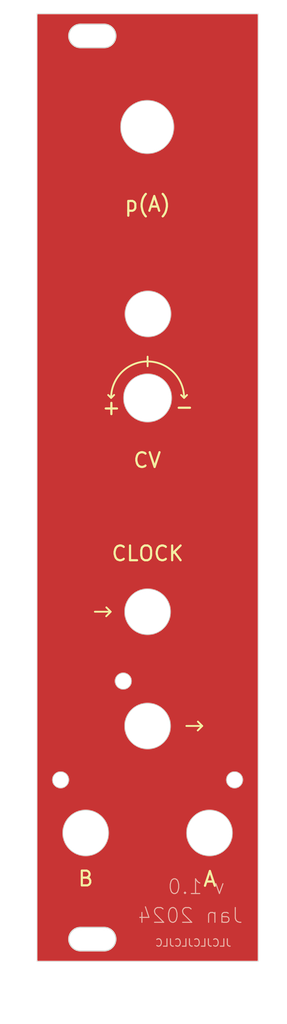
<source format=kicad_pcb>
(kicad_pcb (version 20221018) (generator pcbnew)

  (general
    (thickness 1.6)
  )

  (paper "A4")
  (layers
    (0 "F.Cu" signal)
    (31 "B.Cu" signal)
    (32 "B.Adhes" user "B.Adhesive")
    (33 "F.Adhes" user "F.Adhesive")
    (34 "B.Paste" user)
    (35 "F.Paste" user)
    (36 "B.SilkS" user "B.Silkscreen")
    (37 "F.SilkS" user "F.Silkscreen")
    (38 "B.Mask" user)
    (39 "F.Mask" user)
    (40 "Dwgs.User" user "User.Drawings")
    (41 "Cmts.User" user "User.Comments")
    (42 "Eco1.User" user "User.Eco1")
    (43 "Eco2.User" user "User.Eco2")
    (44 "Edge.Cuts" user)
    (45 "Margin" user)
    (46 "B.CrtYd" user "B.Courtyard")
    (47 "F.CrtYd" user "F.Courtyard")
    (48 "B.Fab" user)
    (49 "F.Fab" user)
    (50 "User.1" user)
    (51 "User.2" user)
    (52 "User.3" user)
    (53 "User.4" user)
    (54 "User.5" user)
    (55 "User.6" user)
    (56 "User.7" user)
    (57 "User.8" user)
    (58 "User.9" user)
  )

  (setup
    (pad_to_mask_clearance 0)
    (grid_origin 77 41.75)
    (pcbplotparams
      (layerselection 0x00010fc_ffffffff)
      (plot_on_all_layers_selection 0x0000000_00000000)
      (disableapertmacros false)
      (usegerberextensions false)
      (usegerberattributes true)
      (usegerberadvancedattributes true)
      (creategerberjobfile true)
      (dashed_line_dash_ratio 12.000000)
      (dashed_line_gap_ratio 3.000000)
      (svgprecision 6)
      (plotframeref false)
      (viasonmask false)
      (mode 1)
      (useauxorigin false)
      (hpglpennumber 1)
      (hpglpenspeed 20)
      (hpglpendiameter 15.000000)
      (dxfpolygonmode true)
      (dxfimperialunits true)
      (dxfusepcbnewfont true)
      (psnegative false)
      (psa4output false)
      (plotreference true)
      (plotvalue true)
      (plotinvisibletext false)
      (sketchpadsonfab false)
      (subtractmaskfromsilk false)
      (outputformat 1)
      (mirror false)
      (drillshape 0)
      (scaleselection 1)
      (outputdirectory "Flip Front Panel Gerbers/")
    )
  )

  (net 0 "")

  (gr_line (start 122.245219 118.645219) (end 124.395219 118.645219)
    (stroke (width 0.25) (type default)) (layer "F.SilkS") (tstamp 0265dbe0-7d17-43e0-be17-99088648fb8e))
  (gr_line (start 124.45 89.65) (end 124.05 89.25)
    (stroke (width 0.25) (type default)) (layer "F.SilkS") (tstamp 04fd1be9-81cc-4ae1-b3d2-6d104d8720ac))
  (gr_line (start 134.662268 134.137732) (end 136.812268 134.137732)
    (stroke (width 0.25) (type default)) (layer "F.SilkS") (tstamp 08e1f307-a361-4582-b0b6-d3a94fec14bb))
  (gr_line (start 129.4 85.35) (end 129.4 84.05)
    (stroke (width 0.25) (type default)) (layer "F.SilkS") (tstamp 08f8e504-09a0-4480-9d8c-690abf764cc5))
  (gr_line (start 136.812268 134.137732) (end 136.221829 133.547293)
    (stroke (width 0.25) (type default)) (layer "F.SilkS") (tstamp 0a3ef1ca-09ef-4264-983a-704fa6a5baff))
  (gr_arc (start 129.4 84.699748) (mid 132.900356 86.149643) (end 134.350252 89.65)
    (stroke (width 0.25) (type default)) (layer "F.SilkS") (tstamp 38161911-1db8-4bdd-80ec-2221ffa459f3))
  (gr_line (start 134.75 89.250252) (end 134.350252 89.65)
    (stroke (width 0.15) (type default)) (layer "F.SilkS") (tstamp 508d8653-2eef-48b1-b34d-5b078ca0bbb6))
  (gr_line (start 134.350252 89.65) (end 134.75 89.250252)
    (stroke (width 0.25) (type default)) (layer "F.SilkS") (tstamp 52a7f244-078a-4e18-903c-32027653b690))
  (gr_line (start 124.45 89.65) (end 124.859926 89.240074)
    (stroke (width 0.25) (type default)) (layer "F.SilkS") (tstamp 5a2b91ce-39e7-46bb-b95d-58fc97f95140))
  (gr_line (start 124.395219 118.645219) (end 123.80478 118.05478)
    (stroke (width 0.25) (type default)) (layer "F.SilkS") (tstamp 72c789c4-bebf-4565-8111-2233ddebb2ab))
  (gr_line (start 136.812268 134.137732) (end 136.2 134.75)
    (stroke (width 0.25) (type default)) (layer "F.SilkS") (tstamp 75b0dc20-ad80-47c7-bacb-cc204faf2fea))
  (gr_line (start 124.395219 118.645219) (end 123.782951 119.257487)
    (stroke (width 0.25) (type default)) (layer "F.SilkS") (tstamp 8bf55bdc-0c83-44ed-a207-d85e33409d96))
  (gr_line (start 134.350252 89.65) (end 133.950252 89.25)
    (stroke (width 0.25) (type default)) (layer "F.SilkS") (tstamp a4b11949-0192-4fcb-885a-dc2f38a66bee))
  (gr_arc (start 124.45 89.65) (mid 125.899821 86.149821) (end 129.4 84.7)
    (stroke (width 0.25) (type default)) (layer "F.SilkS") (tstamp a847b1bc-5bb4-4078-8049-d2f292bb719a))
  (gr_arc (start 120.999852 78.25) (mid 129.4 69.849852) (end 137.800148 78.25)
    (stroke (width 0.35) (type default)) (layer "F.Mask") (tstamp 28015ef3-968a-473d-a9a4-af488a25c2d7))
  (gr_arc (start 137.8 134.15) (mid 129.4 142.55) (end 121 134.15)
    (stroke (width 0.35) (type default)) (layer "F.Mask") (tstamp 485dd5e9-876a-4eaf-93bd-59e272afda67))
  (gr_line (start 137.800148 78.25) (end 137.800148 89.65)
    (stroke (width 0.35) (type default)) (layer "F.Mask") (tstamp 7364f157-cb63-4c97-b412-ea4d6665b230))
  (gr_arc (start 120.999852 118.65) (mid 121.639275 115.435403) (end 123.460198 112.710198)
    (stroke (width 0.35) (type default)) (layer "F.Mask") (tstamp 9c6ab922-5e8a-407f-9220-705fa4d1f0d7))
  (gr_arc (start 123.460198 95.589802) (mid 121.639275 92.864598) (end 120.999852 89.65)
    (stroke (width 0.35) (type default)) (layer "F.Mask") (tstamp b31bbd81-6c45-44a4-b9a1-9afac9816aca))
  (gr_line (start 121 118.6) (end 121 134.15)
    (stroke (width 0.35) (type default)) (layer "F.Mask") (tstamp b91ce2b8-7bc5-4227-b371-a1f5692e6149))
  (gr_line (start 137.8 118.6) (end 137.8 134.15)
    (stroke (width 0.35) (type default)) (layer "F.Mask") (tstamp c0979c5c-effb-4572-95f9-865aac02fa68))
  (gr_arc (start 135.339802 112.710198) (mid 137.160725 115.435402) (end 137.800148 118.65)
    (stroke (width 0.35) (type default)) (layer "F.Mask") (tstamp cca06605-99c6-43ff-a72a-2f226250b737))
  (gr_arc (start 137.800148 89.65) (mid 137.160725 92.864597) (end 135.339802 95.589802)
    (stroke (width 0.35) (type default)) (layer "F.Mask") (tstamp d64ed153-bf4a-44a0-99f8-ce7ba1248d4e))
  (gr_line locked (start 120.999852 78.25) (end 120.999852 89.65)
    (stroke (width 0.35) (type default)) (layer "F.Mask") (tstamp d8ade1c4-d110-4a1f-b6b0-0fa0f28850b8))
  (gr_line (start 136 134.15) (end 139.3 134.15)
    (stroke (width 0.15) (type default)) (layer "Dwgs.User") (tstamp 06ed4df5-9465-4edc-a155-0796c8754ae6))
  (gr_line (start 129.4 167.7) (end 141.2 167.7)
    (stroke (width 0.15) (type default)) (layer "Dwgs.User") (tstamp 09577840-98dc-41b3-a13b-ad384a714d08))
  (gr_line (start 133.9 52.85) (end 128.65 52.85)
    (stroke (width 0.15) (type default)) (layer "Dwgs.User") (tstamp 0a905432-70dd-4df5-8420-86684ad138a5))
  (gr_line (start 125.4 118.65) (end 120.15 118.65)
    (stroke (width 0.15) (type default)) (layer "Dwgs.User") (tstamp 0ab9e1b3-a3f2-4433-9975-5804764975ca))
  (gr_line (start 121.9 40.55) (end 120.3 40.55)
    (stroke (width 0.15) (type solid)) (layer "Dwgs.User") (tstamp 0ad020d1-449b-408b-8b59-1a7c48325401))
  (gr_line (start 112.05 37.55) (end 112.05 148.65)
    (stroke (width 0.15) (type default)) (layer "Dwgs.User") (tstamp 0b373628-f16f-4be3-a2b9-54eae526bf18))
  (gr_line (start 148.25 37.55) (end 148.25 52.85)
    (stroke (width 0.15) (type solid)) (layer "Dwgs.User") (tstamp 0c15b040-df3c-4e49-9bbb-0f087c5d7f6c))
  (gr_line (start 110.15 128.05) (end 128.55 128.05)
    (stroke (width 0.15) (type default)) (layer "Dwgs.User") (tstamp 1037f7e6-86cb-448e-bf10-d6b3e9b21caf))
  (gr_circle (center 129.4 134.15) (end 133.9 134.15)
    (stroke (width 0.15) (type default)) (fill none) (layer "Dwgs.User") (tstamp 1357e46a-a7f6-468c-91f8-b52036ac3143))
  (gr_line (start 109.85 37.55) (end 109.85 134.15)
    (stroke (width 0.15) (type default)) (layer "Dwgs.User") (tstamp 177d9f1e-a6ec-423d-b752-7b4ba6ae788a))
  (gr_line (start 129.4 167.25) (end 126.1 167.25)
    (stroke (width 0.15) (type default)) (layer "Dwgs.User") (tstamp 1b332310-238f-4430-b93c-1485219006e6))
  (gr_line (start 129.4 167.7) (end 117.6 167.7)
    (stroke (width 0.15) (type default)) (layer "Dwgs.User") (tstamp 1b85553d-f45b-40a8-922e-f15249b5b327))
  (gr_line (start 114.4 166.05) (end 121.9 166.05)
    (stroke (width 0.15) (type solid)) (layer "Dwgs.User") (tstamp 2498d335-3642-46f7-a864-3feec9e4e015))
  (gr_line (start 147.45 37.55) (end 147.45 78.25)
    (stroke (width 0.15) (type solid)) (layer "Dwgs.User") (tstamp 26937a01-7e08-4339-b8da-42c2d8f38c5c))
  (gr_line (start 109.85 134.15) (end 136 134.15)
    (stroke (width 0.15) (type default)) (layer "Dwgs.User") (tstamp 2875cab0-7def-4e42-81cf-b355e54c9bf6))
  (gr_line (start 129.4 168.4) (end 137.8 168.4)
    (stroke (width 0.15) (type default)) (layer "Dwgs.User") (tstamp 2fd53bd4-7082-4029-a91b-be8af73fbee8))
  (gr_line (start 146.95 89.65) (end 126.8 89.65)
    (stroke (width 0.15) (type default)) (layer "Dwgs.User") (tstamp 3691c4e3-e6d7-473c-a4fa-07ee9ba26239))
  (gr_line (start 126.8 89.65) (end 118.5 89.65)
    (stroke (width 0.15) (type default)) (layer "Dwgs.User") (tstamp 3b271a22-1a43-42d5-aa0d-c3ad3f66ea20))
  (gr_line (start 112.05 148.65) (end 147.6 148.65)
    (stroke (width 0.15) (type default)) (layer "Dwgs.User") (tstamp 3d6eaadf-c3dc-4d7a-9070-84791cfe2128))
  (gr_arc (start 123.424948 112.674948) (mid 129.4 110.2) (end 135.375052 112.674948)
    (stroke (width 0.15) (type default)) (layer "Dwgs.User") (tstamp 40e98dd9-ba11-4df5-a9f9-d94196972647))
  (gr_line (start 129.4 168.4) (end 121 168.4)
    (stroke (width 0.15) (type default)) (layer "Dwgs.User") (tstamp 435ed26b-da03-472a-8ff8-a1f7ba9ef35a))
  (gr_line (start 133.85 78.25) (end 127.7 78.25)
    (stroke (width 0.15) (type default)) (layer "Dwgs.User") (tstamp 4c652a16-a224-4660-b158-d62c4fdb1952))
  (gr_line (start 141.2 167.7) (end 141.2 138.75)
    (stroke (width 0.15) (type default)) (layer "Dwgs.User") (tstamp 5489148e-56e0-49a4-9784-a8f37da1f0a3))
  (gr_line (start 144.6 37.55) (end 148.25 37.55)
    (stroke (width 0.15) (type solid)) (layer "Dwgs.User") (tstamp 58b4b8ee-4eae-4bea-b6fd-bf1fbb78dbdf))
  (gr_circle (center 129.45 78.25) (end 133.95 78.25)
    (stroke (width 0.15) (type solid)) (fill none) (layer "Dwgs.User") (tstamp 5b8b1190-c2d9-47d5-a518-75d4b64581cd))
  (gr_line (start 129.4 36.95) (end 129.4 174.5)
    (stroke (width 0.15) (type default)) (layer "Dwgs.User") (tstamp 5f786b3f-d6ef-465c-9978-f1f5e87ba565))
  (gr_line (start 109.45 141.45) (end 147.3 141.45)
    (stroke (width 0.15) (type default)) (layer "Dwgs.User") (tstamp 6539c383-a761-4162-8d0c-c9a8751bf03e))
  (gr_line (start 121.9 37.55) (end 121.9 40.55)
    (stroke (width 0.15) (type solid)) (layer "Dwgs.User") (tstamp 69569c5a-202e-47d6-987c-aeb82c317531))
  (gr_line (start 147.45 78.25) (end 133.85 78.25)
    (stroke (width 0.15) (type solid)) (layer "Dwgs.User") (tstamp 6ae1f3cd-6315-4a69-ae1f-78bf0080468b))
  (gr_line (start 112.05 37.55) (end 109.45 37.55)
    (stroke (width 0.15) (type default)) (layer "Dwgs.User") (tstamp 6c5d974a-8342-41fd-a153-3ca0401ca133))
  (gr_circle (center 121 148.65) (end 116.5 148.65)
    (stroke (width 0.15) (type solid)) (fill none) (layer "Dwgs.User") (tstamp 78c17757-2db9-4ac8-9ec1-8c7c67f1d978))
  (gr_line (start 109.45 37.55) (end 109.45 141.45)
    (stroke (width 0.15) (type default)) (layer "Dwgs.User") (tstamp 83e6336a-c0be-4c6a-9012-907c6e0648a1))
  (gr_line (start 121.9 166.05) (end 121.9 163.05)
    (stroke (width 0.15) (type solid)) (layer "Dwgs.User") (tstamp 885f265c-9986-41ed-9e81-d26c8d14eada))
  (gr_line (start 110.15 37.55) (end 110.15 128.05)
    (stroke (width 0.15) (type default)) (layer "Dwgs.User") (tstamp 8e315748-944c-4fa3-8887-9ba0b32114a9))
  (gr_arc (start 135.375052 95.625052) (mid 129.4 98.1) (end 123.424948 95.625052)
    (stroke (width 0.15) (type default)) (layer "Dwgs.User") (tstamp 92702326-b53a-4c5d-b8ca-4cca1b041062))
  (gr_line (start 114.1 37.55) (end 112.05 37.55)
    (stroke (width 0.15) (type solid)) (layer "Dwgs.User") (tstamp 99eda500-c744-4d8f-ab33-bf41d0db8bda))
  (gr_circle (center 129.4 118.65) (end 133.9 118.65)
    (stroke (width 0.15) (type default)) (fill none) (layer "Dwgs.User") (tstamp 9f41156f-9181-47c1-8331-2fb100c11f98))
  (gr_circle (center 129.4 52.85) (end 137.4 52.85)
    (stroke (width 0.15) (type default)) (fill none) (layer "Dwgs.User") (tstamp a1059285-f8be-4ede-8e99-7e623408402b))
  (gr_line (start 121.9 163.05) (end 120.3 163.05)
    (stroke (width 0.15) (type solid)) (layer "Dwgs.User") (tstamp b278462b-868c-456d-8916-44c8158e3d09))
  (gr_line (start 145.75 37.55) (end 145.75 118.65)
    (stroke (width 0.15) (type default)) (layer "Dwgs.User") (tstamp b2e44920-cc7e-454b-b0a6-6443db09c660))
  (gr_line (start 129.4 36.95) (end 133.85 36.95)
    (stroke (width 0.15) (type solid)) (layer "Dwgs.User") (tstamp b57ecfa3-1071-4f68-879e-3e9cbc4a9fa1))
  (gr_line (start 121.9 40.55) (end 123.5 40.55)
    (stroke (width 0.15) (type solid)) (layer "Dwgs.User") (tstamp bc6aab4a-554d-4e16-9242-c3f66c4fc6cf))
  (gr_line (start 137.8 168.4) (end 137.8 142.55)
    (stroke (width 0.15) (type default)) (layer "Dwgs.User") (tstamp be633f03-68e5-4117-a0b1-dcde28a20928))
  (gr_line (start 122.4 36.95) (end 122.4 35.75)
    (stroke (width 0.15) (type solid)) (layer "Dwgs.User") (tstamp c34666e3-9465-4902-a954-9b874258fdea))
  (gr_line (start 121.9 163.05) (end 123.5 163.05)
    (stroke (width 0.15) (type solid)) (layer "Dwgs.User") (tstamp c56951a2-6980-4225-9564-b19e511f2a8a))
  (gr_line (start 127.7 78.25) (end 119.9 78.25)
    (stroke (width 0.15) (type default)) (layer "Dwgs.User") (tstamp c80c88dc-e74f-449a-a8cf-b6c36b0f1ac5))
  (gr_line (start 129.4 36.95) (end 122.4 36.95)
    (stroke (width 0.15) (type solid)) (layer "Dwgs.User") (tstamp ca3ae2a7-ffff-4284-b6a2-08ffc0d9f2ff))
  (gr_line (start 129.4 36.95) (end 129.4 35.9)
    (stroke (width 0.15) (type solid)) (layer "Dwgs.User") (tstamp ca4df814-b8a5-4680-93ef-b652445b56d9))
  (gr_line (start 145.75 118.65) (end 125.4 118.65)
    (stroke (width 0.15) (type default)) (layer "Dwgs.User") (tstamp cdc56de2-04ce-4007-aaa9-fc12ad03bab6))
  (gr_line (start 114.4 36.95) (end 129.4 36.95)
    (stroke (width 0.15) (type solid)) (layer "Dwgs.User") (tstamp d8eb9923-2fed-4631-8a34-20ed49b2c506))
  (gr_line (start 117.6 167.7) (end 117.6 138.8)
    (stroke (width 0.15) (type default)) (layer "Dwgs.User") (tstamp dbd20bc3-798b-4265-afdf-bebda9892d41))
  (gr_line (start 146.95 37.55) (end 146.95 89.65)
    (stroke (width 0.15) (type default)) (layer "Dwgs.User") (tstamp dfb23e39-d77b-4a1c-ade5-3e6271acf95b))
  (gr_circle (center 137.8 148.65) (end 133.3 148.65)
    (stroke (width 0.15) (type solid)) (fill none) (layer "Dwgs.User") (tstamp e4188d3e-9893-4b7f-928f-126098257ffd))
  (gr_line (start 148.25 52.85) (end 133.9 52.85)
    (stroke (width 0.15) (type solid)) (layer "Dwgs.User") (tstamp edbbbae2-7dd8-43ff-a056-9b1451154a03))
  (gr_line (start 121 168.4) (end 121 142.85)
    (stroke (width 0.15) (type default)) (layer "Dwgs.User") (tstamp f4252879-6ed0-4097-b9f6-cb5b0deddc6e))
  (gr_line (start 126.1 167.25) (end 126.1 124.25)
    (stroke (width 0.15) (type default)) (layer "Dwgs.User") (tstamp fc887d68-8ba5-46c6-b5cf-fb5e1b6e0115))
  (gr_line (start 120.3 161.45) (end 123.5 161.45)
    (stroke (width 0.15) (type solid)) (layer "Edge.Cuts") (tstamp 089f3194-e545-4f28-be25-73c226f9bf80))
  (gr_circle (center 126.1 128.05) (end 127.2 128.05)
    (stroke (width 0.1) (type default)) (fill none) (layer "Edge.Cuts") (tstamp 0af58649-4edf-41ec-86d5-5cd218193de7))
  (gr_circle (center 129.4 118.65) (end 132.5 118.65)
    (stroke (width 0.1) (type default)) (fill none) (layer "Edge.Cuts") (tstamp 0ebd50d4-60f0-41a3-9560-2f3850970936))
  (gr_circle (center 117.6 141.45) (end 118.7 141.45)
    (stroke (width 0.1) (type default)) (fill none) (layer "Edge.Cuts") (tstamp 1fb9debf-1420-417e-bec1-718ca643f07e))
  (gr_line (start 123.5 42.15) (end 120.3 42.15)
    (stroke (width 0.15) (type solid)) (layer "Edge.Cuts") (tstamp 2af2cc5a-0f29-407f-b5fb-567e3a5e3eec))
  (gr_circle (center 129.4 134.15) (end 132.5 134.15)
    (stroke (width 0.1) (type default)) (fill none) (layer "Edge.Cuts") (tstamp 36e2f2cf-a66b-468c-b53e-d311ae3d76e9))
  (gr_circle (center 137.8 148.65) (end 140.9 148.65)
    (stroke (width 0.1) (type solid)) (fill none) (layer "Edge.Cuts") (tstamp 39a5abac-8852-4cd8-853b-ea3f85efb083))
  (gr_rect (start 114.4 37.55) (end 144.4 166.05)
    (stroke (width 0.1) (type solid)) (fill none) (layer "Edge.Cuts") (tstamp 470a1277-f613-4f84-a087-c09789d07201))
  (gr_circle (center 141.2 141.45) (end 142.3 141.45)
    (stroke (width 0.1) (type default)) (fill none) (layer "Edge.Cuts") (tstamp 497c185a-23d2-44a3-85da-53af6a87fef8))
  (gr_arc (start 120.3 42.15) (mid 118.7 40.55) (end 120.3 38.95)
    (stroke (width 0.15) (type solid)) (layer "Edge.Cuts") (tstamp 4dccefb8-dac9-49ba-b087-de35858620a9))
  (gr_arc (start 120.3 164.65) (mid 118.7 163.05) (end 120.3 161.45)
    (stroke (width 0.15) (type solid)) (layer "Edge.Cuts") (tstamp 5a27abaa-2411-4c9c-b04e-f099e2da985a))
  (gr_line (start 120.3 38.95) (end 123.5 38.95)
    (stroke (width 0.15) (type solid)) (layer "Edge.Cuts") (tstamp 5a888f1f-2c23-4960-8338-daa95cd954b5))
  (gr_arc (start 123.5 38.95) (mid 125.1 40.55) (end 123.5 42.15)
    (stroke (width 0.15) (type solid)) (layer "Edge.Cuts") (tstamp 685e80b8-347d-48da-bfee-fb799a6000e1))
  (gr_arc (start 123.5 161.45) (mid 125.1 163.05) (end 123.5 164.65)
    (stroke (width 0.15) (type solid)) (layer "Edge.Cuts") (tstamp 6a262882-9bcc-427a-b1b1-872642bf2e66))
  (gr_circle (center 129.45 78.25) (end 132.55 78.25)
    (stroke (width 0.1) (type solid)) (fill none) (layer "Edge.Cuts") (tstamp 711f88a9-78e2-4daf-af5e-b40fc91f893a))
  (gr_circle (center 129.35 52.9) (end 132.95 52.9)
    (stroke (width 0.1) (type solid)) (fill none) (layer "Edge.Cuts") (tstamp 96c17861-239f-44bf-8988-b78c1000fb68))
  (gr_circle (center 129.4 89.65) (end 132.65 89.65)
    (stroke (width 0.1) (type default)) (fill none) (layer "Edge.Cuts") (tstamp a2d5f821-69de-403b-b517-841d8c33822b))
  (gr_circle (center 121 148.65) (end 124.1 148.65)
    (stroke (width 0.1) (type solid)) (fill none) (layer "Edge.Cuts") (tstamp a684fe6d-7d14-42d6-bd92-2f53fbfd49b7))
  (gr_line (start 123.5 164.65) (end 120.3 164.65)
    (stroke (width 0.15) (type solid)) (layer "Edge.Cuts") (tstamp d2f3840f-5a18-4d15-85a4-b3ca15af482a))
  (gr_text "Jan 2024" (at 135.2 159.85) (layer "B.SilkS") (tstamp 03528b32-46ce-47bb-a15c-704cb29f98a7)
    (effects (font (size 2 2) (thickness 0.15)) (justify mirror))
  )
  (gr_text "JLCJLCJLCJLC" (at 135.6 163.55) (layer "B.SilkS") (tstamp 4c68ac67-e780-4aa3-a2de-9db040de9b43)
    (effects (font (size 1 1) (thickness 0.15)) (justify mirror))
  )
  (gr_text "v 1.0" (at 136 155.95) (layer "B.SilkS") (tstamp e86ad6ec-bdd0-464c-8db5-c20758707bee)
    (effects (font (size 2 2) (thickness 0.15)) (justify mirror))
  )
  (gr_text "B" (at 121 154.85) (layer "F.SilkS") (tstamp 0c1d2ad5-dd40-4958-b607-5d5cc340ec68)
    (effects (font (size 2 2) (thickness 0.3)))
  )
  (gr_text "-" (at 132.95 92) (layer "F.SilkS") (tstamp 2663f8cc-dffb-4ce5-9abe-4752d59b8dd6)
    (effects (font (size 2 2) (thickness 0.3) bold) (justify left bottom))
  )
  (gr_text "CLOCK" (at 129.4 110.75) (layer "F.SilkS") (tstamp aa35152c-5a1a-4f8e-8bf9-45aeb696e957)
    (effects (font (size 2 2) (thickness 0.3)))
  )
  (gr_text "+" (at 123.05 92.1) (layer "F.SilkS") (tstamp aa89266f-58a1-4925-931d-dcf50a4d39f9)
    (effects (font (size 2 2) (thickness 0.3)) (justify left bottom))
  )
  (gr_text "CV" (at 129.35 98.1) (layer "F.SilkS") (tstamp c3d77c2b-81b9-457f-988f-a2fdd3a91fc2)
    (effects (font (size 2 2) (thickness 0.3)))
  )
  (gr_text "p(A)" (at 129.4 63.35) (layer "F.SilkS") (tstamp d5b3cc0e-e53e-4e66-861c-c51d67997a35)
    (effects (font (size 2 2) (thickness 0.3)))
  )
  (gr_text "A" (at 137.85 154.9) (layer "F.SilkS") (tstamp d8c7371c-0359-4ae3-9ae9-2edace06e3fc)
    (effects (font (size 2 2) (thickness 0.3)))
  )
  (gr_text "FLIP" (at 134.4 40.4) (layer "F.Mask") (tstamp 258f6098-cc0a-4b1a-b70f-aa0caf8008f0)
    (effects (font (size 3 3) (thickness 0.5)))
  )
  (gr_text "m0xpd" (at 134.55 163.05) (layer "F.Mask") (tstamp 43eee1b9-5215-4b7f-8909-a8d37498c3a0)
    (effects (font (size 3 3) (thickness 0.4)))
  )

  (zone (net 0) (net_name "") (layer "F.Cu") (tstamp 853675b5-f2df-4552-8910-950c647bbc1e) (hatch edge 0.508)
    (connect_pads (clearance 0))
    (min_thickness 0.254) (filled_areas_thickness no)
    (fill yes (thermal_gap 0.508) (thermal_bridge_width 0.508))
    (polygon
      (pts
        (xy 144.55 166.05)
        (xy 114.4 166.05)
        (xy 114.4 37.55)
        (xy 144.55 37.55)
      )
    )
    (filled_polygon
      (layer "F.Cu")
      (island)
      (pts
        (xy 144.341621 37.570502)
        (xy 144.388114 37.624158)
        (xy 144.3995 37.6765)
        (xy 144.3995 165.9235)
        (xy 144.379498 165.991621)
        (xy 144.325842 166.038114)
        (xy 144.2735 166.0495)
        (xy 114.5265 166.0495)
        (xy 114.458379 166.029498)
        (xy 114.411886 165.975842)
        (xy 114.4005 165.9235)
        (xy 114.4005 163.05)
        (xy 118.695012 163.05)
        (xy 118.712938 163.289214)
        (xy 118.766316 163.523077)
        (xy 118.853952 163.746371)
        (xy 118.853954 163.746375)
        (xy 118.973894 163.954118)
        (xy 118.973896 163.954121)
        (xy 118.973897 163.954122)
        (xy 119.123461 164.141669)
        (xy 119.123464 164.141671)
        (xy 119.123465 164.141673)
        (xy 119.299299 164.304824)
        (xy 119.299302 164.304826)
        (xy 119.299306 164.30483)
        (xy 119.299312 164.304834)
        (xy 119.497496 164.439954)
        (xy 119.497503 164.439958)
        (xy 119.497506 164.43996)
        (xy 119.713632 164.544041)
        (xy 119.914955 164.606141)
        (xy 119.94285 164.614746)
        (xy 119.942857 164.614748)
        (xy 120.180059 164.6505)
        (xy 120.180063 164.6505)
        (xy 123.619937 164.6505)
        (xy 123.619941 164.6505)
        (xy 123.857143 164.614748)
        (xy 124.086368 164.544041)
        (xy 124.302494 164.43996)
        (xy 124.500694 164.30483)
        (xy 124.676539 164.141669)
        (xy 124.826103 163.954122)
        (xy 124.946044 163.746378)
        (xy 125.033683 163.523079)
        (xy 125.087062 163.289211)
        (xy 125.104988 163.05)
        (xy 125.087062 162.810789)
        (xy 125.033683 162.576921)
        (xy 124.990007 162.465637)
        (xy 124.946047 162.353628)
        (xy 124.946045 162.353624)
        (xy 124.826105 162.145881)
        (xy 124.751818 162.052728)
        (xy 124.676539 161.958331)
        (xy 124.676534 161.958326)
        (xy 124.5007 161.795175)
        (xy 124.500687 161.795165)
        (xy 124.302503 161.660045)
        (xy 124.302496 161.660041)
        (xy 124.086373 161.555961)
        (xy 124.08637 161.55596)
        (xy 124.086368 161.555959)
        (xy 124.006191 161.531227)
        (xy 123.857149 161.485253)
        (xy 123.857144 161.485252)
        (xy 123.857143 161.485252)
        (xy 123.619941 161.4495)
        (xy 123.500099 161.4495)
        (xy 120.3005 161.4495)
        (xy 120.3 161.4495)
        (xy 120.180059 161.4495)
        (xy 119.942857 161.485252)
        (xy 119.942856 161.485252)
        (xy 119.94285 161.485253)
        (xy 119.713626 161.555961)
        (xy 119.497503 161.660041)
        (xy 119.497496 161.660045)
        (xy 119.299312 161.795165)
        (xy 119.299299 161.795175)
        (xy 119.123465 161.958326)
        (xy 118.973894 162.145881)
        (xy 118.853954 162.353624)
        (xy 118.853952 162.353628)
        (xy 118.766316 162.576922)
        (xy 118.712938 162.810785)
        (xy 118.695012 163.05)
        (xy 114.4005 163.05)
        (xy 114.4005 148.65)
        (xy 117.894615 148.65)
        (xy 117.91414 148.99769)
        (xy 117.972471 149.341004)
        (xy 117.972473 149.341013)
        (xy 117.972474 149.341015)
        (xy 118.06888 149.675648)
        (xy 118.20214 149.997365)
        (xy 118.202145 149.997376)
        (xy 118.202152 149.997388)
        (xy 118.370588 150.302153)
        (xy 118.370592 150.30216)
        (xy 118.572109 150.586172)
        (xy 118.572114 150.586179)
        (xy 118.672465 150.698471)
        (xy 118.804161 150.845839)
        (xy 118.93964 150.96691)
        (xy 119.06382 151.077885)
        (xy 119.063823 151.077887)
        (xy 119.063824 151.077888)
        (xy 119.265132 151.220723)
        (xy 119.347839 151.279407)
        (xy 119.347846 151.279411)
        (xy 119.459783 151.341275)
        (xy 119.652624 151.447855)
        (xy 119.691751 151.464062)
        (xy 119.709743 151.471515)
        (xy 119.711154 151.472159)
        (xy 119.711162 151.472162)
        (xy 119.713537 151.473086)
        (xy 119.974356 151.581121)
        (xy 119.974357 151.581121)
        (xy 119.974359 151.581122)
        (xy 120.035707 151.598796)
        (xy 120.041121 151.600626)
        (xy 120.041265 151.600683)
        (xy 120.052561 151.603651)
        (xy 120.308987 151.677527)
        (xy 120.375886 151.688893)
        (xy 120.381294 151.690061)
        (xy 120.383867 151.690738)
        (xy 120.402541 151.693422)
        (xy 120.652307 151.735859)
        (xy 120.724075 151.739889)
        (xy 120.729475 151.740428)
        (xy 120.734501 151.741151)
        (xy 120.759003 151.74185)
        (xy 121 151.755385)
        (xy 121.075846 151.751125)
        (xy 121.081122 151.751053)
        (xy 121.088596 151.751267)
        (xy 121.117432 151.74879)
        (xy 121.316856 151.73759)
        (xy 121.347696 151.735859)
        (xy 121.382112 151.730011)
        (xy 121.426631 151.722446)
        (xy 121.431751 151.721793)
        (xy 121.441536 151.720953)
        (xy 121.47324 151.714527)
        (xy 121.691013 151.677527)
        (xy 121.771984 151.654199)
        (xy 121.776832 151.653012)
        (xy 121.788721 151.650604)
        (xy 121.822008 151.639787)
        (xy 122.025644 151.581121)
        (xy 122.107347 151.547278)
        (xy 122.111944 151.545582)
        (xy 122.125623 151.541138)
        (xy 122.159282 151.525765)
        (xy 122.347376 151.447855)
        (xy 122.42853 151.403002)
        (xy 122.432775 151.400865)
        (xy 122.44785 151.393981)
        (xy 122.480719 151.374158)
        (xy 122.652164 151.279405)
        (xy 122.731305 151.22325)
        (xy 122.735166 151.220723)
        (xy 122.751203 151.211053)
        (xy 122.782363 151.187023)
        (xy 122.936176 151.077888)
        (xy 123.011799 151.010306)
        (xy 123.015242 151.007447)
        (xy 123.031726 150.994737)
        (xy 123.060329 150.966937)
        (xy 123.195839 150.845839)
        (xy 123.266358 150.766927)
        (xy 123.269409 150.763747)
        (xy 123.285763 150.747854)
        (xy 123.311144 150.716811)
        (xy 123.427888 150.586176)
        (xy 123.491745 150.496177)
        (xy 123.494323 150.492795)
        (xy 123.510001 150.473623)
        (xy 123.530889 150.441119)
        (xy 123.532456 150.4388)
        (xy 123.629405 150.302164)
        (xy 123.685012 150.20155)
        (xy 123.687098 150.198054)
        (xy 123.701518 150.175617)
        (xy 123.718389 150.141302)
        (xy 123.719724 150.138741)
        (xy 123.797855 149.997376)
        (xy 123.843637 149.886846)
        (xy 123.845265 149.883248)
        (xy 123.857816 149.857723)
        (xy 123.870445 149.822327)
        (xy 123.871536 149.819493)
        (xy 123.931121 149.675644)
        (xy 123.965558 149.556109)
        (xy 123.966738 149.552446)
        (xy 123.976858 149.524084)
        (xy 123.985167 149.488349)
        (xy 123.98598 149.485223)
        (xy 124.027527 149.341013)
        (xy 124.049178 149.21358)
        (xy 124.049919 149.209893)
        (xy 124.057092 149.179051)
        (xy 124.06116 149.143592)
        (xy 124.061624 149.140329)
        (xy 124.085859 148.997693)
        (xy 124.093386 148.863653)
        (xy 124.093697 148.86002)
        (xy 124.09747 148.827138)
        (xy 124.09747 148.827137)
        (xy 124.097472 148.82712)
        (xy 124.098165 148.77856)
        (xy 124.105385 148.65)
        (xy 134.694615 148.65)
        (xy 134.71414 148.99769)
        (xy 134.772471 149.341004)
        (xy 134.772473 149.341013)
        (xy 134.772474 149.341015)
        (xy 134.86888 149.675648)
        (xy 135.00214 149.997365)
        (xy 135.002145 149.997376)
        (xy 135.002152 149.997388)
        (xy 135.170588 150.302153)
        (xy 135.170592 150.30216)
        (xy 135.372109 150.586172)
        (xy 135.372114 150.586179)
        (xy 135.472465 150.698471)
        (xy 135.604161 150.845839)
        (xy 135.73964 150.96691)
        (xy 135.86382 151.077885)
        (xy 135.863823 151.077887)
        (xy 135.863824 151.077888)
        (xy 136.065132 151.220723)
        (xy 136.147839 151.279407)
        (xy 136.147846 151.279411)
        (xy 136.259783 151.341275)
        (xy 136.452624 151.447855)
        (xy 136.491751 151.464062)
        (xy 136.509743 151.471515)
        (xy 136.511154 151.472159)
        (xy 136.511162 151.472162)
        (xy 136.513537 151.473086)
        (xy 136.774356 151.581121)
        (xy 136.774357 151.581121)
        (xy 136.774359 151.581122)
        (xy 136.835707 151.598796)
        (xy 136.841121 151.600626)
        (xy 136.841265 151.600683)
        (xy 136.852561 151.603651)
        (xy 137.108987 151.677527)
        (xy 137.175886 151.688893)
        (xy 137.181294 151.690061)
        (xy 137.183867 151.690738)
        (xy 137.202541 151.693422)
        (xy 137.452307 151.735859)
        (xy 137.524075 151.739889)
        (xy 137.529475 151.740428)
        (xy 137.534501 151.741151)
        (xy 137.559003 151.74185)
        (xy 137.8 151.755385)
        (xy 137.875846 151.751125)
        (xy 137.881122 151.751053)
        (xy 137.888596 151.751267)
        (xy 137.917432 151.74879)
        (xy 138.116856 151.73759)
        (xy 138.147696 151.735859)
        (xy 138.182112 151.730011)
        (xy 138.226631 151.722446)
        (xy 138.231751 151.721793)
        (xy 138.241536 151.720953)
        (xy 138.27324 151.714527)
        (xy 138.491013 151.677527)
        (xy 138.571984 151.654199)
        (xy 138.576832 151.653012)
        (xy 138.588721 151.650604)
        (xy 138.622008 151.639787)
        (xy 138.825644 151.581121)
        (xy 138.907347 151.547278)
        (xy 138.911944 151.545582)
        (xy 138.925623 151.541138)
        (xy 138.959282 151.525765)
        (xy 139.147376 151.447855)
        (xy 139.22853 151.403002)
        (xy 139.232775 151.400865)
        (xy 139.24785 151.393981)
        (xy 139.280719 151.374158)
        (xy 139.452164 151.279405)
        (xy 139.531305 151.22325)
        (xy 139.535166 151.220723)
        (xy 139.551203 151.211053)
        (xy 139.582363 151.187023)
        (xy 139.736176 151.077888)
        (xy 139.811799 151.010306)
        (xy 139.815242 151.007447)
        (xy 139.831726 150.994737)
        (xy 139.860329 150.966937)
        (xy 139.995839 150.845839)
        (xy 140.066358 150.766927)
        (xy 140.069409 150.763747)
        (xy 140.085763 150.747854)
        (xy 140.111144 150.716811)
        (xy 140.227888 150.586176)
        (xy 140.291745 150.496177)
        (xy 140.294323 150.492795)
        (xy 140.310001 150.473623)
        (xy 140.330889 150.441119)
        (xy 140.332456 150.4388)
        (xy 140.429405 150.302164)
        (xy 140.485012 150.20155)
        (xy 140.487098 150.198054)
        (xy 140.501518 150.175617)
        (xy 140.518389 150.141302)
        (xy 140.519724 150.138741)
        (xy 140.597855 149.997376)
        (xy 140.643637 149.886846)
        (xy 140.645265 149.883248)
        (xy 140.657816 149.857723)
        (xy 140.670445 149.822327)
        (xy 140.671536 149.819493)
        (xy 140.731121 149.675644)
        (xy 140.765558 149.556109)
        (xy 140.766738 149.552446)
        (xy 140.776858 149.524084)
        (xy 140.785167 149.488349)
        (xy 140.78598 149.485223)
        (xy 140.827527 149.341013)
        (xy 140.849178 149.21358)
        (xy 140.849919 149.209893)
        (xy 140.857092 149.179051)
        (xy 140.86116 149.143592)
        (xy 140.861624 149.140329)
        (xy 140.885859 148.997693)
        (xy 140.893386 148.863653)
        (xy 140.893697 148.86002)
        (xy 140.89747 148.827138)
        (xy 140.89747 148.827137)
        (xy 140.897472 148.82712)
        (xy 140.898165 148.77856)
        (xy 140.905385 148.65)
        (xy 140.898164 148.521435)
        (xy 140.897472 148.472885)
        (xy 140.897471 148.472874)
        (xy 140.893697 148.439977)
        (xy 140.893385 148.436326)
        (xy 140.885859 148.302311)
        (xy 140.885859 148.302309)
        (xy 140.885859 148.302307)
        (xy 140.861625 148.15968)
        (xy 140.861159 148.156402)
        (xy 140.857092 148.120949)
        (xy 140.849922 148.090118)
        (xy 140.849177 148.086411)
        (xy 140.827527 147.958989)
        (xy 140.827527 147.958988)
        (xy 140.785992 147.814818)
        (xy 140.785167 147.811647)
        (xy 140.776858 147.775917)
        (xy 140.776856 147.775911)
        (xy 140.766752 147.747593)
        (xy 140.76555 147.743861)
        (xy 140.731122 147.62436)
        (xy 140.731121 147.624356)
        (xy 140.671541 147.480519)
        (xy 140.670437 147.47765)
        (xy 140.657816 147.442277)
        (xy 140.645276 147.416772)
        (xy 140.643617 147.413104)
        (xy 140.597855 147.302625)
        (xy 140.597855 147.302624)
        (xy 140.519746 147.161297)
        (xy 140.518377 147.158674)
        (xy 140.507638 147.13683)
        (xy 140.501524 147.124394)
        (xy 140.501518 147.124384)
        (xy 140.501518 147.124383)
        (xy 140.487122 147.101982)
        (xy 140.484992 147.098414)
        (xy 140.429405 146.997836)
        (xy 140.332476 146.861228)
        (xy 140.330877 146.858861)
        (xy 140.310001 146.826377)
        (xy 140.309998 146.826373)
        (xy 140.309991 146.826363)
        (xy 140.294335 146.807218)
        (xy 140.291725 146.803794)
        (xy 140.227888 146.713824)
        (xy 140.111161 146.583206)
        (xy 140.085766 146.552149)
        (xy 140.085757 146.55214)
        (xy 140.069414 146.536257)
        (xy 140.066346 146.533057)
        (xy 139.99584 146.454161)
        (xy 139.860357 146.333087)
        (xy 139.831726 146.305263)
        (xy 139.815261 146.292566)
        (xy 139.811773 146.28967)
        (xy 139.736176 146.222112)
        (xy 139.582379 146.112987)
        (xy 139.551204 146.088947)
        (xy 139.551196 146.088942)
        (xy 139.53518 146.079284)
        (xy 139.531258 146.076715)
        (xy 139.521844 146.070035)
        (xy 139.452164 146.020595)
        (xy 139.280738 145.925851)
        (xy 139.24785 145.906019)
        (xy 139.247846 145.906017)
        (xy 139.247844 145.906016)
        (xy 139.232795 145.899143)
        (xy 139.228494 145.896976)
        (xy 139.147383 145.852149)
        (xy 139.147381 145.852148)
        (xy 139.147376 145.852145)
        (xy 139.14737 145.852142)
        (xy 139.147365 145.85214)
        (xy 139.028245 145.802799)
        (xy 138.959287 145.774236)
        (xy 138.925623 145.758862)
        (xy 138.911966 145.754424)
        (xy 138.907327 145.752712)
        (xy 138.825643 145.718878)
        (xy 138.825644 145.718878)
        (xy 138.622024 145.660216)
        (xy 138.588722 145.649396)
        (xy 138.576857 145.646991)
        (xy 138.57193 145.645784)
        (xy 138.502729 145.625848)
        (xy 138.491013 145.622473)
        (xy 138.491011 145.622472)
        (xy 138.491009 145.622472)
        (xy 138.273272 145.585477)
        (xy 138.241526 145.579045)
        (xy 138.231763 145.578207)
        (xy 138.226602 145.577548)
        (xy 138.147687 145.56414)
        (xy 138.147693 145.56414)
        (xy 137.917435 145.55121)
        (xy 137.888596 145.548733)
        (xy 137.888587 145.548732)
        (xy 137.88113 145.548945)
        (xy 137.875808 145.548871)
        (xy 137.8 145.544615)
        (xy 137.559004 145.558148)
        (xy 137.5345 145.558849)
        (xy 137.529486 145.559569)
        (xy 137.524058 145.560111)
        (xy 137.45231 145.56414)
        (xy 137.202564 145.606573)
        (xy 137.183859 145.609263)
        (xy 137.183853 145.609264)
        (xy 137.181309 145.609933)
        (xy 137.175854 145.611111)
        (xy 137.108992 145.622472)
        (xy 137.10899 145.622472)
        (xy 137.108987 145.622473)
        (xy 136.977979 145.660216)
        (xy 136.852583 145.696342)
        (xy 136.841266 145.699316)
        (xy 136.841224 145.69933)
        (xy 136.84105 145.699398)
        (xy 136.835685 145.701209)
        (xy 136.795368 145.712825)
        (xy 136.774356 145.718879)
        (xy 136.77435 145.718881)
        (xy 136.774348 145.718882)
        (xy 136.513562 145.826903)
        (xy 136.511151 145.827842)
        (xy 136.509743 145.828484)
        (xy 136.452616 145.852148)
        (xy 136.147846 146.020588)
        (xy 136.147839 146.020592)
        (xy 135.863827 146.222109)
        (xy 135.86382 146.222114)
        (xy 135.604161 146.454161)
        (xy 135.372114 146.71382)
        (xy 135.372109 146.713827)
        (xy 135.170592 146.997839)
        (xy 135.170588 146.997846)
        (xy 135.002152 147.302611)
        (xy 135.00214 147.302634)
        (xy 134.86888 147.624351)
        (xy 134.772471 147.958995)
        (xy 134.71414 148.302309)
        (xy 134.694615 148.65)
        (xy 124.105385 148.65)
        (xy 124.098164 148.521435)
        (xy 124.097472 148.472885)
        (xy 124.097471 148.472874)
        (xy 124.093697 148.439977)
        (xy 124.093385 148.436326)
        (xy 124.085859 148.302311)
        (xy 124.085859 148.302309)
        (xy 124.085859 148.302307)
        (xy 124.061625 148.15968)
        (xy 124.061159 148.156402)
        (xy 124.057092 148.120949)
        (xy 124.049922 148.090118)
        (xy 124.049177 148.086411)
        (xy 124.027527 147.958989)
        (xy 124.027527 147.958988)
        (xy 123.985992 147.814818)
        (xy 123.985167 147.811647)
        (xy 123.976858 147.775917)
        (xy 123.976856 147.775911)
        (xy 123.966752 147.747593)
        (xy 123.96555 147.743861)
        (xy 123.931122 147.62436)
        (xy 123.931121 147.624356)
        (xy 123.871541 147.480519)
        (xy 123.870437 147.47765)
        (xy 123.857816 147.442277)
        (xy 123.845276 147.416772)
        (xy 123.843617 147.413104)
        (xy 123.797855 147.302625)
        (xy 123.797855 147.302624)
        (xy 123.719746 147.161297)
        (xy 123.718377 147.158674)
        (xy 123.707638 147.13683)
        (xy 123.701524 147.124394)
        (xy 123.701518 147.124384)
        (xy 123.701518 147.124383)
        (xy 123.687122 147.101982)
        (xy 123.684992 147.098414)
        (xy 123.629405 146.997836)
        (xy 123.532476 146.861228)
        (xy 123.530877 146.858861)
        (xy 123.510001 146.826377)
        (xy 123.509998 146.826373)
        (xy 123.509991 146.826363)
        (xy 123.494335 146.807218)
        (xy 123.491725 146.803794)
        (xy 123.427888 146.713824)
        (xy 123.311161 146.583206)
        (xy 123.285766 146.552149)
        (xy 123.285757 146.55214)
        (xy 123.269414 146.536257)
        (xy 123.266346 146.533057)
        (xy 123.19584 146.454161)
        (xy 123.060357 146.333087)
        (xy 123.031726 146.305263)
        (xy 123.015261 146.292566)
        (xy 123.011773 146.28967)
        (xy 122.936176 146.222112)
        (xy 122.782379 146.112987)
        (xy 122.751204 146.088947)
        (xy 122.751196 146.088942)
        (xy 122.73518 146.079284)
        (xy 122.731258 146.076715)
        (xy 122.721844 146.070035)
        (xy 122.652164 146.020595)
        (xy 122.480738 145.925851)
        (xy 122.44785 145.906019)
        (xy 122.447846 145.906017)
        (xy 122.447844 145.906016)
        (xy 122.432795 145.899143)
        (xy 122.428494 145.896976)
        (xy 122.347383 145.852149)
        (xy 122.347381 145.852148)
        (xy 122.347376 145.852145)
        (xy 122.34737 145.852142)
        (xy 122.347365 145.85214)
        (xy 122.228245 145.802799)
        (xy 122.159287 145.774236)
        (xy 122.125623 145.758862)
        (xy 122.111966 145.754424)
        (xy 122.107327 145.752712)
        (xy 122.025643 145.718878)
        (xy 122.025644 145.718878)
        (xy 121.822024 145.660216)
        (xy 121.788722 145.649396)
        (xy 121.776857 145.646991)
        (xy 121.77193 145.645784)
        (xy 121.702729 145.625848)
        (xy 121.691013 145.622473)
        (xy 121.691011 145.622472)
        (xy 121.691009 145.622472)
        (xy 121.473272 145.585477)
        (xy 121.441526 145.579045)
        (xy 121.431763 145.578207)
        (xy 121.426602 145.577548)
        (xy 121.347687 145.56414)
        (xy 121.347693 145.56414)
        (xy 121.117435 145.55121)
        (xy 121.088596 145.548733)
        (xy 121.088587 145.548732)
        (xy 121.08113 145.548945)
        (xy 121.075808 145.548871)
        (xy 121 145.544615)
        (xy 120.759004 145.558148)
        (xy 120.7345 145.558849)
        (xy 120.729486 145.559569)
        (xy 120.724058 145.560111)
        (xy 120.65231 145.56414)
        (xy 120.402564 145.606573)
        (xy 120.383859 145.609263)
        (xy 120.383853 145.609264)
        (xy 120.381309 145.609933)
        (xy 120.375854 145.611111)
        (xy 120.308992 145.622472)
        (xy 120.30899 145.622472)
        (xy 120.308987 145.622473)
        (xy 120.177979 145.660216)
        (xy 120.052583 145.696342)
        (xy 120.041266 145.699316)
        (xy 120.041224 145.69933)
        (xy 120.04105 145.699398)
        (xy 120.035685 145.701209)
        (xy 119.995368 145.712825)
        (xy 119.974356 145.718879)
        (xy 119.97435 145.718881)
        (xy 119.974348 145.718882)
        (xy 119.713562 145.826903)
        (xy 119.711151 145.827842)
        (xy 119.709743 145.828484)
        (xy 119.652616 145.852148)
        (xy 119.347846 146.020588)
        (xy 119.347839 146.020592)
        (xy 119.063827 146.222109)
        (xy 119.06382 146.222114)
        (xy 118.804161 146.454161)
        (xy 118.572114 146.71382)
        (xy 118.572109 146.713827)
        (xy 118.370592 146.997839)
        (xy 118.370588 146.997846)
        (xy 118.202152 147.302611)
        (xy 118.20214 147.302634)
        (xy 118.06888 147.624351)
        (xy 117.972471 147.958995)
        (xy 117.91414 148.302309)
        (xy 117.894615 148.65)
        (xy 114.4005 148.65)
        (xy 114.4005 141.45)
        (xy 116.494785 141.45)
        (xy 116.513603 141.653084)
        (xy 116.569416 141.849245)
        (xy 116.569417 141.849247)
        (xy 116.569418 141.84925)
        (xy 116.660327 142.031821)
        (xy 116.660328 142.031822)
        (xy 116.660329 142.031824)
        (xy 116.783234 142.194578)
        (xy 116.933956 142.331979)
        (xy 116.933958 142.33198)
        (xy 116.933959 142.331981)
        (xy 117.107363 142.439348)
        (xy 117.138791 142.451523)
        (xy 117.141895 142.452832)
        (xy 117.141998 142.452867)
        (xy 117.142004 142.452871)
        (xy 117.144501 142.453735)
        (xy 117.297544 142.513024)
        (xy 117.330361 142.519158)
        (xy 117.333636 142.519861)
        (xy 117.34007 142.521422)
        (xy 117.340075 142.521424)
        (xy 117.340079 142.521424)
        (xy 117.340081 142.521425)
        (xy 117.350493 142.522921)
        (xy 117.498024 142.5505)
        (xy 117.498026 142.5505)
        (xy 117.533291 142.5505)
        (xy 117.541537 142.55109)
        (xy 117.541543 142.550968)
        (xy 117.547534 142.551253)
        (xy 117.547539 142.551252)
        (xy 117.547541 142.551253)
        (xy 117.561871 142.55057)
        (xy 117.564843 142.5505)
        (xy 117.701975 142.5505)
        (xy 117.701976 142.5505)
        (xy 117.745145 142.54243)
        (xy 117.753705 142.541432)
        (xy 117.756902 142.54128)
        (xy 117.774093 142.537109)
        (xy 117.777352 142.53641)
        (xy 117.788812 142.534267)
        (xy 117.902456 142.513024)
        (xy 117.947321 142.495643)
        (xy 117.955209 142.493171)
        (xy 117.960593 142.491865)
        (xy 117.978594 142.483644)
        (xy 117.981994 142.482211)
        (xy 118.092637 142.439348)
        (xy 118.137194 142.411759)
        (xy 118.144151 142.408037)
        (xy 118.151251 142.404795)
        (xy 118.168364 142.392608)
        (xy 118.17164 142.39043)
        (xy 118.266041 142.331981)
        (xy 118.307998 142.293731)
        (xy 118.313868 142.288994)
        (xy 118.321985 142.283215)
        (xy 118.336778 142.2677)
        (xy 118.339857 142.264688)
        (xy 118.416764 142.194579)
        (xy 118.453683 142.14569)
        (xy 118.458321 142.14023)
        (xy 118.466625 142.131522)
        (xy 118.478168 142.11356)
        (xy 118.480849 142.109716)
        (xy 118.539673 142.031821)
        (xy 118.569028 141.972867)
        (xy 118.572399 141.966934)
        (xy 118.579943 141.955196)
        (xy 118.587677 141.935875)
        (xy 118.589749 141.931254)
        (xy 118.630582 141.84925)
        (xy 118.6499 141.781351)
        (xy 118.651994 141.77522)
        (xy 118.657843 141.760611)
        (xy 118.661615 141.741036)
        (xy 118.662865 141.735785)
        (xy 118.686397 141.653083)
        (xy 118.693364 141.577885)
        (xy 118.694228 141.571826)
        (xy 118.69751 141.554799)
        (xy 118.69815 141.527824)
        (xy 118.698398 141.523565)
        (xy 118.705215 141.45)
        (xy 140.094785 141.45)
        (xy 140.113603 141.653084)
        (xy 140.169416 141.849245)
        (xy 140.169417 141.849247)
        (xy 140.169418 141.84925)
        (xy 140.260327 142.031821)
        (xy 140.260328 142.031822)
        (xy 140.260329 142.031824)
        (xy 140.383234 142.194578)
        (xy 140.533956 142.331979)
        (xy 140.533958 142.33198)
        (xy 140.533959 142.331981)
        (xy 140.707363 142.439348)
        (xy 140.738791 142.451523)
        (xy 140.741895 142.452832)
        (xy 140.741998 142.452867)
        (xy 140.742004 142.452871)
        (xy 140.744501 142.453735)
        (xy 140.897544 142.513024)
        (xy 140.930361 142.519158)
        (xy 140.933636 142.519861)
        (xy 140.94007 142.521422)
        (xy 140.940075 142.521424)
        (xy 140.940079 142.521424)
        (xy 140.940081 142.521425)
        (xy 140.950493 142.522921)
        (xy 141.098024 142.5505)
        (xy 141.098026 142.5505)
        (xy 141.133291 142.5505)
        (xy 141.141537 142.55109)
        (xy 141.141543 142.550968)
        (xy 141.147534 142.551253)
        (xy 141.147539 142.551252)
        (xy 141.147541 142.551253)
        (xy 141.161871 142.55057)
        (xy 141.164843 142.5505)
        (xy 141.301975 142.5505)
        (xy 141.301976 142.5505)
        (xy 141.345145 142.54243)
        (xy 141.353705 142.541432)
        (xy 141.356902 142.54128)
        (xy 141.374093 142.537109)
        (xy 141.377352 142.53641)
        (xy 141.388812 142.534267)
        (xy 141.502456 142.513024)
        (xy 141.547321 142.495643)
        (xy 141.555209 142.493171)
        (xy 141.560593 142.491865)
        (xy 141.578594 142.483644)
        (xy 141.581994 142.482211)
        (xy 141.692637 142.439348)
        (xy 141.737194 142.411759)
        (xy 141.744151 142.408037)
        (xy 141.751251 142.404795)
        (xy 141.768364 142.392608)
        (xy 141.77164 142.39043)
        (xy 141.866041 142.331981)
        (xy 141.907998 142.293731)
        (xy 141.913868 142.288994)
        (xy 141.921985 142.283215)
        (xy 141.936778 142.2677)
        (xy 141.939857 142.264688)
        (xy 142.016764 142.194579)
        (xy 142.053683 142.14569)
        (xy 142.058321 142.14023)
        (xy 142.066625 142.131522)
        (xy 142.078168 142.11356)
        (xy 142.080849 142.109716)
        (xy 142.139673 142.031821)
        (xy 142.169028 141.972867)
        (xy 142.172399 141.966934)
        (xy 142.179943 141.955196)
        (xy 142.187677 141.935875)
        (xy 142.189749 141.931254)
        (xy 142.230582 141.84925)
        (xy 142.2499 141.781351)
        (xy 142.251994 141.77522)
        (xy 142.257843 141.760611)
        (xy 142.261615 141.741036)
        (xy 142.262865 141.735785)
        (xy 142.286397 141.653083)
        (xy 142.293364 141.577885)
        (xy 142.294228 141.571826)
        (xy 142.29751 141.554799)
        (xy 142.29815 141.527824)
        (xy 142.298398 141.523565)
        (xy 142.305215 141.45)
        (xy 142.298398 141.376437)
        (xy 142.29815 141.372158)
        (xy 142.29751 141.345201)
        (xy 142.294228 141.328176)
        (xy 142.293364 141.322111)
        (xy 142.286397 141.246917)
        (xy 142.262867 141.164219)
        (xy 142.261614 141.158957)
        (xy 142.257843 141.139389)
        (xy 142.251997 141.124786)
        (xy 142.249895 141.11863)
        (xy 142.230582 141.05075)
        (xy 142.18976 140.968767)
        (xy 142.187667 140.964098)
        (xy 142.179943 140.944804)
        (xy 142.17241 140.933082)
        (xy 142.169018 140.927112)
        (xy 142.139673 140.868179)
        (xy 142.08087 140.790311)
        (xy 142.078145 140.786403)
        (xy 142.066627 140.76848)
        (xy 142.065619 140.767423)
        (xy 142.05834 140.759789)
        (xy 142.053665 140.754285)
        (xy 142.016764 140.705421)
        (xy 142.01676 140.705417)
        (xy 142.016758 140.705415)
        (xy 141.978364 140.670414)
        (xy 141.93989 140.635341)
        (xy 141.936743 140.632263)
        (xy 141.921993 140.616793)
        (xy 141.921989 140.61679)
        (xy 141.921985 140.616785)
        (xy 141.921982 140.616782)
        (xy 141.92198 140.616781)
        (xy 141.913877 140.61101)
        (xy 141.907978 140.606249)
        (xy 141.891674 140.591387)
        (xy 141.866041 140.568019)
        (xy 141.86604 140.568018)
        (xy 141.829319 140.545282)
        (xy 141.771684 140.509596)
        (xy 141.76832 140.507359)
        (xy 141.759771 140.501272)
        (xy 141.751251 140.495205)
        (xy 141.751246 140.495202)
        (xy 141.751245 140.495202)
        (xy 141.749077 140.494212)
        (xy 141.744158 140.491965)
        (xy 141.737164 140.488222)
        (xy 141.692637 140.460652)
        (xy 141.692635 140.460651)
        (xy 141.692631 140.460649)
        (xy 141.581998 140.41779)
        (xy 141.578587 140.416352)
        (xy 141.560595 140.408135)
        (xy 141.560586 140.408132)
        (xy 141.555217 140.40683)
        (xy 141.547305 140.40435)
        (xy 141.502458 140.386976)
        (xy 141.502455 140.386975)
        (xy 141.377356 140.36359)
        (xy 141.374082 140.362887)
        (xy 141.356899 140.358719)
        (xy 141.356898 140.358718)
        (xy 141.353699 140.358566)
        (xy 141.345123 140.357564)
        (xy 141.301977 140.3495)
        (xy 141.301976 140.3495)
        (xy 141.164843 140.3495)
        (xy 141.161871 140.349429)
        (xy 141.154667 140.349086)
        (xy 141.147534 140.348746)
        (xy 141.141543 140.349032)
        (xy 141.141537 140.348909)
        (xy 141.133291 140.3495)
        (xy 141.098024 140.3495)
        (xy 141.077718 140.353295)
        (xy 140.950493 140.377077)
        (xy 140.940073 140.378575)
        (xy 140.933623 140.38014)
        (xy 140.93035 140.380843)
        (xy 140.897545 140.386975)
        (xy 140.744504 140.446262)
        (xy 140.74191 140.447161)
        (xy 140.738797 140.448473)
        (xy 140.707371 140.460647)
        (xy 140.707353 140.460656)
        (xy 140.53396 140.568017)
        (xy 140.533959 140.568018)
        (xy 140.383234 140.705421)
        (xy 140.260329 140.868175)
        (xy 140.169416 141.050754)
        (xy 140.113603 141.246915)
        (xy 140.094785 141.45)
        (xy 118.705215 141.45)
        (xy 118.698398 141.376437)
        (xy 118.69815 141.372158)
        (xy 118.69751 141.345201)
        (xy 118.694228 141.328176)
        (xy 118.693364 141.322111)
        (xy 118.686397 141.246917)
        (xy 118.662867 141.164219)
        (xy 118.661614 141.158957)
        (xy 118.657843 141.139389)
        (xy 118.651997 141.124786)
        (xy 118.649895 141.11863)
        (xy 118.630582 141.05075)
        (xy 118.58976 140.968767)
        (xy 118.587667 140.964098)
        (xy 118.579943 140.944804)
        (xy 118.57241 140.933082)
        (xy 118.569018 140.927112)
        (xy 118.539673 140.868179)
        (xy 118.48087 140.790311)
        (xy 118.478145 140.786403)
        (xy 118.466627 140.76848)
        (xy 118.465619 140.767423)
        (xy 118.45834 140.759789)
        (xy 118.453665 140.754285)
        (xy 118.416764 140.705421)
        (xy 118.41676 140.705417)
        (xy 118.416758 140.705415)
        (xy 118.378364 140.670414)
        (xy 118.33989 140.635341)
        (xy 118.336743 140.632263)
        (xy 118.321993 140.616793)
        (xy 118.321989 140.61679)
        (xy 118.321985 140.616785)
        (xy 118.321982 140.616782)
        (xy 118.32198 140.616781)
        (xy 118.313877 140.61101)
        (xy 118.307978 140.606249)
        (xy 118.291674 140.591387)
        (xy 118.266041 140.568019)
        (xy 118.26604 140.568018)
        (xy 118.229319 140.545282)
        (xy 118.171684 140.509596)
        (xy 118.16832 140.507359)
        (xy 118.159771 140.501272)
        (xy 118.151251 140.495205)
        (xy 118.151246 140.495202)
        (xy 118.151245 140.495202)
        (xy 118.149077 140.494212)
        (xy 118.144158 140.491965)
        (xy 118.137164 140.488222)
        (xy 118.092637 140.460652)
        (xy 118.092635 140.460651)
        (xy 118.092631 140.460649)
        (xy 117.981998 140.41779)
        (xy 117.978587 140.416352)
        (xy 117.960595 140.408135)
        (xy 117.960586 140.408132)
        (xy 117.955217 140.40683)
        (xy 117.947305 140.40435)
        (xy 117.902458 140.386976)
        (xy 117.902455 140.386975)
        (xy 117.777356 140.36359)
        (xy 117.774082 140.362887)
        (xy 117.756899 140.358719)
        (xy 117.756898 140.358718)
        (xy 117.753699 140.358566)
        (xy 117.745123 140.357564)
        (xy 117.701977 140.3495)
        (xy 117.701976 140.3495)
        (xy 117.564843 140.3495)
        (xy 117.561871 140.349429)
        (xy 117.554667 140.349086)
        (xy 117.547534 140.348746)
        (xy 117.541543 140.349032)
        (xy 117.541537 140.348909)
        (xy 117.533291 140.3495)
        (xy 117.498024 140.3495)
        (xy 117.477718 140.353295)
        (xy 117.350493 140.377077)
        (xy 117.340073 140.378575)
        (xy 117.333623 140.38014)
        (xy 117.33035 140.380843)
        (xy 117.297545 140.386975)
        (xy 117.144504 140.446262)
        (xy 117.14191 140.447161)
        (xy 117.138797 140.448473)
        (xy 117.107371 140.460647)
        (xy 117.107353 140.460656)
        (xy 116.93396 140.568017)
        (xy 116.933959 140.568018)
        (xy 116.783234 140.705421)
        (xy 116.660329 140.868175)
        (xy 116.569416 141.050754)
        (xy 116.513603 141.246915)
        (xy 116.494785 141.45)
        (xy 114.4005 141.45)
        (xy 114.4005 134.15)
        (xy 126.294615 134.15)
        (xy 126.31414 134.49769)
        (xy 126.372471 134.841004)
        (xy 126.372473 134.841013)
        (xy 126.372474 134.841015)
        (xy 126.46888 135.175648)
        (xy 126.60214 135.497365)
        (xy 126.602145 135.497376)
        (xy 126.602152 135.497388)
        (xy 126.770588 135.802153)
        (xy 126.770592 135.80216)
        (xy 126.972109 136.086172)
        (xy 126.972114 136.086179)
        (xy 127.072465 136.198471)
        (xy 127.204161 136.345839)
        (xy 127.33964 136.46691)
        (xy 127.46382 136.577885)
        (xy 127.463823 136.577887)
        (xy 127.463824 136.577888)
        (xy 127.665132 136.720723)
        (xy 127.747839 136.779407)
        (xy 127.747846 136.779411)
        (xy 127.859783 136.841275)
        (xy 128.052624 136.947855)
        (xy 128.091751 136.964062)
        (xy 128.109743 136.971515)
        (xy 128.111154 136.972159)
        (xy 128.111162 136.972162)
        (xy 128.113537 136.973086)
        (xy 128.374356 137.081121)
        (xy 128.374357 137.081121)
        (xy 128.374359 137.081122)
        (xy 128.435707 137.098796)
        (xy 128.441121 137.100626)
        (xy 128.441265 137.100683)
        (xy 128.452561 137.103651)
        (xy 128.708987 137.177527)
        (xy 128.775886 137.188893)
        (xy 128.781294 137.190061)
        (xy 128.783867 137.190738)
        (xy 128.802541 137.193422)
        (xy 129.052307 137.235859)
        (xy 129.124075 137.239889)
        (xy 129.129475 137.240428)
        (xy 129.134501 137.241151)
        (xy 129.159003 137.24185)
        (xy 129.4 137.255385)
        (xy 129.475846 137.251125)
        (xy 129.481122 137.251053)
        (xy 129.488596 137.251267)
        (xy 129.517432 137.24879)
        (xy 129.716856 137.23759)
        (xy 129.747696 137.235859)
        (xy 129.782112 137.230011)
        (xy 129.826631 137.222446)
        (xy 129.831751 137.221793)
        (xy 129.841536 137.220953)
        (xy 129.87324 137.214527)
        (xy 130.091013 137.177527)
        (xy 130.171984 137.154199)
        (xy 130.176832 137.153012)
        (xy 130.188721 137.150604)
        (xy 130.222008 137.139787)
        (xy 130.425644 137.081121)
        (xy 130.507347 137.047278)
        (xy 130.511944 137.045582)
        (xy 130.525623 137.041138)
        (xy 130.559282 137.025765)
        (xy 130.747376 136.947855)
        (xy 130.82853 136.903002)
        (xy 130.832775 136.900865)
        (xy 130.84785 136.893981)
        (xy 130.880719 136.874158)
        (xy 131.052164 136.779405)
        (xy 131.131305 136.72325)
        (xy 131.135166 136.720723)
        (xy 131.151203 136.711053)
        (xy 131.182363 136.687023)
        (xy 131.336176 136.577888)
        (xy 131.411799 136.510306)
        (xy 131.415242 136.507447)
        (xy 131.431726 136.494737)
        (xy 131.460329 136.466937)
        (xy 131.595839 136.345839)
        (xy 131.666358 136.266927)
        (xy 131.669409 136.263747)
        (xy 131.685763 136.247854)
        (xy 131.711144 136.216811)
        (xy 131.827888 136.086176)
        (xy 131.891745 135.996177)
        (xy 131.894323 135.992795)
        (xy 131.910001 135.973623)
        (xy 131.930889 135.941119)
        (xy 131.932456 135.9388)
        (xy 132.029405 135.802164)
        (xy 132.085012 135.70155)
        (xy 132.087098 135.698054)
        (xy 132.101518 135.675617)
        (xy 132.118389 135.641302)
        (xy 132.119724 135.638741)
        (xy 132.197855 135.497376)
        (xy 132.243637 135.386846)
        (xy 132.245265 135.383248)
        (xy 132.257816 135.357723)
        (xy 132.270445 135.322327)
        (xy 132.271536 135.319493)
        (xy 132.331121 135.175644)
        (xy 132.365558 135.056109)
        (xy 132.366738 135.052446)
        (xy 132.376858 135.024084)
        (xy 132.385167 134.988349)
        (xy 132.38598 134.985223)
        (xy 132.427527 134.841013)
        (xy 132.449178 134.71358)
        (xy 132.449919 134.709893)
        (xy 132.457092 134.679051)
        (xy 132.46116 134.643592)
        (xy 132.461624 134.640329)
        (xy 132.485859 134.497693)
        (xy 132.493386 134.363653)
        (xy 132.493697 134.36002)
        (xy 132.49747 134.327138)
        (xy 132.49747 134.327137)
        (xy 132.497472 134.32712)
        (xy 132.498165 134.27856)
        (xy 132.505385 134.15)
        (xy 132.498164 134.021435)
        (xy 132.497472 133.972885)
        (xy 132.497471 133.972874)
        (xy 132.493697 133.939977)
        (xy 132.493385 133.936326)
        (xy 132.485859 133.802311)
        (xy 132.485859 133.802309)
        (xy 132.485859 133.802307)
        (xy 132.461625 133.65968)
        (xy 132.461159 133.656402)
        (xy 132.457092 133.620949)
        (xy 132.449922 133.590118)
        (xy 132.449177 133.586411)
        (xy 132.427527 133.458989)
        (xy 132.427527 133.458988)
        (xy 132.385992 133.314818)
        (xy 132.385167 133.311647)
        (xy 132.376858 133.275917)
        (xy 132.376856 133.275911)
        (xy 132.366752 133.247593)
        (xy 132.36555 133.243861)
        (xy 132.331122 133.12436)
        (xy 132.331121 133.124356)
        (xy 132.271541 132.980519)
        (xy 132.270437 132.97765)
        (xy 132.257816 132.942277)
        (xy 132.245276 132.916772)
        (xy 132.243617 132.913104)
        (xy 132.197855 132.802625)
        (xy 132.197855 132.802624)
        (xy 132.119746 132.661297)
        (xy 132.118377 132.658674)
        (xy 132.107638 132.63683)
        (xy 132.101524 132.624394)
        (xy 132.101518 132.624384)
        (xy 132.101518 132.624383)
        (xy 132.087122 132.601982)
        (xy 132.084992 132.598414)
        (xy 132.029405 132.497836)
        (xy 131.932476 132.361228)
        (xy 131.930877 132.358861)
        (xy 131.910001 132.326377)
        (xy 131.909998 132.326373)
        (xy 131.909991 132.326363)
        (xy 131.894335 132.307218)
        (xy 131.891725 132.303794)
        (xy 131.827888 132.213824)
        (xy 131.711161 132.083206)
        (xy 131.685766 132.052149)
        (xy 131.685757 132.05214)
        (xy 131.669414 132.036257)
        (xy 131.666346 132.033057)
        (xy 131.59584 131.954161)
        (xy 131.460357 131.833087)
        (xy 131.431726 131.805263)
        (xy 131.415261 131.792566)
        (xy 131.411773 131.78967)
        (xy 131.336176 131.722112)
        (xy 131.182379 131.612987)
        (xy 131.151204 131.588947)
        (xy 131.151196 131.588942)
        (xy 131.13518 131.579284)
        (xy 131.131258 131.576715)
        (xy 131.121844 131.570035)
        (xy 131.052164 131.520595)
        (xy 130.880738 131.425851)
        (xy 130.84785 131.406019)
        (xy 130.847846 131.406017)
        (xy 130.847844 131.406016)
        (xy 130.832795 131.399143)
        (xy 130.828494 131.396976)
        (xy 130.747383 131.352149)
        (xy 130.747381 131.352148)
        (xy 130.747376 131.352145)
        (xy 130.74737 131.352142)
        (xy 130.747365 131.35214)
        (xy 130.628245 131.302799)
        (xy 130.559287 131.274236)
        (xy 130.525623 131.258862)
        (xy 130.511966 131.254424)
        (xy 130.507327 131.252712)
        (xy 130.425643 131.218878)
        (xy 130.425644 131.218878)
        (xy 130.222024 131.160216)
        (xy 130.188722 131.149396)
        (xy 130.176857 131.146991)
        (xy 130.17193 131.145784)
        (xy 130.102729 131.125848)
        (xy 130.091013 131.122473)
        (xy 130.091011 131.122472)
        (xy 130.091009 131.122472)
        (xy 129.873272 131.085477)
        (xy 129.841526 131.079045)
        (xy 129.831763 131.078207)
        (xy 129.826602 131.077548)
        (xy 129.747687 131.06414)
        (xy 129.747693 131.06414)
        (xy 129.517435 131.05121)
        (xy 129.488596 131.048733)
        (xy 129.488587 131.048732)
        (xy 129.48113 131.048945)
        (xy 129.475808 131.048871)
        (xy 129.4 131.044615)
        (xy 129.159004 131.058148)
        (xy 129.1345 131.058849)
        (xy 129.129486 131.059569)
        (xy 129.124058 131.060111)
        (xy 129.05231 131.06414)
        (xy 128.802564 131.106573)
        (xy 128.783859 131.109263)
        (xy 128.783853 131.109264)
        (xy 128.781309 131.109933)
        (xy 128.775854 131.111111)
        (xy 128.708992 131.122472)
        (xy 128.70899 131.122472)
        (xy 128.708987 131.122473)
        (xy 128.577979 131.160216)
        (xy 128.452583 131.196342)
        (xy 128.441266 131.199316)
        (xy 128.441224 131.19933)
        (xy 128.44105 131.199398)
        (xy 128.435685 131.201209)
        (xy 128.395368 131.212825)
        (xy 128.374356 131.218879)
        (xy 128.37435 131.218881)
        (xy 128.374348 131.218882)
        (xy 128.113562 131.326903)
        (xy 128.111151 131.327842)
        (xy 128.109743 131.328484)
        (xy 128.052616 131.352148)
        (xy 127.747846 131.520588)
        (xy 127.747839 131.520592)
        (xy 127.463827 131.722109)
        (xy 127.46382 131.722114)
        (xy 127.204161 131.954161)
        (xy 126.972114 132.21382)
        (xy 126.972109 132.213827)
        (xy 126.770592 132.497839)
        (xy 126.770588 132.497846)
        (xy 126.602152 132.802611)
        (xy 126.60214 132.802634)
        (xy 126.46888 133.124351)
        (xy 126.372471 133.458995)
        (xy 126.31414 133.802309)
        (xy 126.294615 134.15)
        (xy 114.4005 134.15)
        (xy 114.4005 128.05)
        (xy 124.994785 128.05)
        (xy 125.013603 128.253084)
        (xy 125.069416 128.449245)
        (xy 125.069417 128.449247)
        (xy 125.069418 128.44925)
        (xy 125.160327 128.631821)
        (xy 125.160328 128.631822)
        (xy 125.160329 128.631824)
        (xy 125.283234 128.794578)
        (xy 125.433956 128.931979)
        (xy 125.433958 128.93198)
        (xy 125.433959 128.931981)
        (xy 125.607363 129.039348)
        (xy 125.638791 129.051523)
        (xy 125.641895 129.052832)
        (xy 125.641998 129.052867)
        (xy 125.642004 129.052871)
        (xy 125.644501 129.053735)
        (xy 125.797544 129.113024)
        (xy 125.830361 129.119158)
        (xy 125.833636 129.119861)
        (xy 125.84007 129.121422)
        (xy 125.840075 129.121424)
        (xy 125.840079 129.121424)
        (xy 125.840081 129.121425)
        (xy 125.850493 129.122921)
        (xy 125.998024 129.1505)
        (xy 125.998026 129.1505)
        (xy 126.033291 129.1505)
        (xy 126.041537 129.15109)
        (xy 126.041543 129.150968)
        (xy 126.047534 129.151253)
        (xy 126.047539 129.151252)
        (xy 126.047541 129.151253)
        (xy 126.061871 129.15057)
        (xy 126.064843 129.1505)
        (xy 126.201975 129.1505)
        (xy 126.201976 129.1505)
        (xy 126.245145 129.14243)
        (xy 126.253705 129.141432)
        (xy 126.256902 129.14128)
        (xy 126.274093 129.137109)
        (xy 126.277352 129.13641)
        (xy 126.288812 129.134267)
        (xy 126.402456 129.113024)
        (xy 126.447321 129.095643)
        (xy 126.455209 129.093171)
        (xy 126.460593 129.091865)
        (xy 126.478594 129.083644)
        (xy 126.481994 129.082211)
        (xy 126.592637 129.039348)
        (xy 126.637194 129.011759)
        (xy 126.644151 129.008037)
        (xy 126.651251 129.004795)
        (xy 126.668364 128.992608)
        (xy 126.67164 128.99043)
        (xy 126.766041 128.931981)
        (xy 126.807998 128.893731)
        (xy 126.813868 128.888994)
        (xy 126.821985 128.883215)
        (xy 126.836778 128.8677)
        (xy 126.839857 128.864688)
        (xy 126.916764 128.794579)
        (xy 126.953683 128.74569)
        (xy 126.958321 128.74023)
        (xy 126.966625 128.731522)
        (xy 126.978168 128.71356)
        (xy 126.980849 128.709716)
        (xy 127.039673 128.631821)
        (xy 127.069028 128.572867)
        (xy 127.072399 128.566934)
        (xy 127.079943 128.555196)
        (xy 127.087677 128.535875)
        (xy 127.089749 128.531254)
        (xy 127.130582 128.44925)
        (xy 127.1499 128.381351)
        (xy 127.151994 128.37522)
        (xy 127.157843 128.360611)
        (xy 127.161615 128.341036)
        (xy 127.162865 128.335785)
        (xy 127.186397 128.253083)
        (xy 127.193364 128.177885)
        (xy 127.194228 128.171826)
        (xy 127.19751 128.154799)
        (xy 127.19815 128.127824)
        (xy 127.198398 128.123565)
        (xy 127.205215 128.05)
        (xy 127.198398 127.976437)
        (xy 127.19815 127.972158)
        (xy 127.19751 127.945201)
        (xy 127.194228 127.928176)
        (xy 127.193364 127.922111)
        (xy 127.186397 127.846917)
        (xy 127.162867 127.764219)
        (xy 127.161614 127.758957)
        (xy 127.157843 127.739389)
        (xy 127.151997 127.724786)
        (xy 127.149895 127.71863)
        (xy 127.130582 127.65075)
        (xy 127.08976 127.568767)
        (xy 127.087667 127.564098)
        (xy 127.079943 127.544804)
        (xy 127.07241 127.533082)
        (xy 127.069018 127.527112)
        (xy 127.039673 127.468179)
        (xy 126.98087 127.390311)
        (xy 126.978145 127.386403)
        (xy 126.966627 127.36848)
        (xy 126.965619 127.367423)
        (xy 126.95834 127.359789)
        (xy 126.953665 127.354285)
        (xy 126.916764 127.305421)
        (xy 126.91676 127.305417)
        (xy 126.916758 127.305415)
        (xy 126.878364 127.270414)
        (xy 126.83989 127.235341)
        (xy 126.836743 127.232263)
        (xy 126.821993 127.216793)
        (xy 126.821989 127.21679)
        (xy 126.821985 127.216785)
        (xy 126.821982 127.216782)
        (xy 126.82198 127.216781)
        (xy 126.813877 127.21101)
        (xy 126.807978 127.206249)
        (xy 126.791674 127.191387)
        (xy 126.766041 127.168019)
        (xy 126.76604 127.168018)
        (xy 126.729319 127.145282)
        (xy 126.671684 127.109596)
        (xy 126.66832 127.107359)
        (xy 126.659771 127.101272)
        (xy 126.651251 127.095205)
        (xy 126.651246 127.095202)
        (xy 126.651245 127.095202)
        (xy 126.649077 127.094212)
        (xy 126.644158 127.091965)
        (xy 126.637164 127.088222)
        (xy 126.592637 127.060652)
        (xy 126.592635 127.060651)
        (xy 126.592631 127.060649)
        (xy 126.481998 127.01779)
        (xy 126.478587 127.016352)
        (xy 126.460595 127.008135)
        (xy 126.460586 127.008132)
        (xy 126.455217 127.00683)
        (xy 126.447305 127.00435)
        (xy 126.402458 126.986976)
        (xy 126.402455 126.986975)
        (xy 126.277356 126.96359)
        (xy 126.274082 126.962887)
        (xy 126.256899 126.958719)
        (xy 126.256898 126.958718)
        (xy 126.253699 126.958566)
        (xy 126.245123 126.957564)
        (xy 126.201977 126.9495)
        (xy 126.201976 126.9495)
        (xy 126.064843 126.9495)
        (xy 126.061871 126.949429)
        (xy 126.054667 126.949086)
        (xy 126.047534 126.948746)
        (xy 126.041543 126.949032)
        (xy 126.041537 126.948909)
        (xy 126.033291 126.9495)
        (xy 125.998024 126.9495)
        (xy 125.977718 126.953295)
        (xy 125.850493 126.977077)
        (xy 125.840073 126.978575)
        (xy 125.833623 126.98014)
        (xy 125.83035 126.980843)
        (xy 125.797545 126.986975)
        (xy 125.644504 127.046262)
        (xy 125.64191 127.047161)
        (xy 125.638797 127.048473)
        (xy 125.607371 127.060647)
        (xy 125.607353 127.060656)
        (xy 125.43396 127.168017)
        (xy 125.433959 127.168018)
        (xy 125.283234 127.305421)
        (xy 125.160329 127.468175)
        (xy 125.069416 127.650754)
        (xy 125.013603 127.846915)
        (xy 124.994785 128.05)
        (xy 114.4005 128.05)
        (xy 114.4005 118.65)
        (xy 126.294615 118.65)
        (xy 126.31414 118.99769)
        (xy 126.372471 119.341004)
        (xy 126.372473 119.341013)
        (xy 126.372474 119.341015)
        (xy 126.46888 119.675648)
        (xy 126.60214 119.997365)
        (xy 126.602145 119.997376)
        (xy 126.602152 119.997388)
        (xy 126.770588 120.302153)
        (xy 126.770592 120.30216)
        (xy 126.972109 120.586172)
        (xy 126.972114 120.586179)
        (xy 127.072465 120.698471)
        (xy 127.204161 120.845839)
        (xy 127.33964 120.96691)
        (xy 127.46382 121.077885)
        (xy 127.463823 121.077887)
        (xy 127.463824 121.077888)
        (xy 127.665132 121.220723)
        (xy 127.747839 121.279407)
        (xy 127.747846 121.279411)
        (xy 127.859783 121.341275)
        (xy 128.052624 121.447855)
        (xy 128.091751 121.464062)
        (xy 128.109743 121.471515)
        (xy 128.111154 121.472159)
        (xy 128.111162 121.472162)
        (xy 128.113537 121.473086)
        (xy 128.374356 121.581121)
        (xy 128.374357 121.581121)
        (xy 128.374359 121.581122)
        (xy 128.435707 121.598796)
        (xy 128.441121 121.600626)
        (xy 128.441265 121.600683)
        (xy 128.452561 121.603651)
        (xy 128.708987 121.677527)
        (xy 128.775886 121.688893)
        (xy 128.781294 121.690061)
        (xy 128.783867 121.690738)
        (xy 128.802541 121.693422)
        (xy 129.052307 121.735859)
        (xy 129.124075 121.739889)
        (xy 129.129475 121.740428)
        (xy 129.134501 121.741151)
        (xy 129.159003 121.74185)
        (xy 129.4 121.755385)
        (xy 129.475846 121.751125)
        (xy 129.481122 121.751053)
        (xy 129.488596 121.751267)
        (xy 129.517432 121.74879)
        (xy 129.716856 121.73759)
        (xy 129.747696 121.735859)
        (xy 129.782112 121.730011)
        (xy 129.826631 121.722446)
        (xy 129.831751 121.721793)
        (xy 129.841536 121.720953)
        (xy 129.87324 121.714527)
        (xy 130.091013 121.677527)
        (xy 130.171984 121.654199)
        (xy 130.176832 121.653012)
        (xy 130.188721 121.650604)
        (xy 130.222008 121.639787)
        (xy 130.425644 121.581121)
        (xy 130.507347 121.547278)
        (xy 130.511944 121.545582)
        (xy 130.525623 121.541138)
        (xy 130.559282 121.525765)
        (xy 130.747376 121.447855)
        (xy 130.82853 121.403002)
        (xy 130.832775 121.400865)
        (xy 130.84785 121.393981)
        (xy 130.880719 121.374158)
        (xy 131.052164 121.279405)
        (xy 131.131305 121.22325)
        (xy 131.135166 121.220723)
        (xy 131.151203 121.211053)
        (xy 131.182363 121.187023)
        (xy 131.336176 121.077888)
        (xy 131.411799 121.010306)
        (xy 131.415242 121.007447)
        (xy 131.431726 120.994737)
        (xy 131.460329 120.966937)
        (xy 131.595839 120.845839)
        (xy 131.666358 120.766927)
        (xy 131.669409 120.763747)
        (xy 131.685763 120.747854)
        (xy 131.711144 120.716811)
        (xy 131.827888 120.586176)
        (xy 131.891745 120.496177)
        (xy 131.894323 120.492795)
        (xy 131.910001 120.473623)
        (xy 131.930889 120.441119)
        (xy 131.932456 120.4388)
        (xy 132.029405 120.302164)
        (xy 132.085012 120.20155)
        (xy 132.087098 120.198054)
        (xy 132.101518 120.175617)
        (xy 132.118389 120.141302)
        (xy 132.119724 120.138741)
        (xy 132.197855 119.997376)
        (xy 132.243637 119.886846)
        (xy 132.245265 119.883248)
        (xy 132.257816 119.857723)
        (xy 132.270445 119.822327)
        (xy 132.271536 119.819493)
        (xy 132.331121 119.675644)
        (xy 132.365558 119.556109)
        (xy 132.366738 119.552446)
        (xy 132.376858 119.524084)
        (xy 132.385167 119.488349)
        (xy 132.38598 119.485223)
        (xy 132.427527 119.341013)
        (xy 132.449178 119.21358)
        (xy 132.449919 119.209893)
        (xy 132.457092 119.179051)
        (xy 132.46116 119.143592)
        (xy 132.461624 119.140329)
        (xy 132.485859 118.997693)
        (xy 132.493386 118.863653)
        (xy 132.493697 118.86002)
        (xy 132.49747 118.827138)
        (xy 132.49747 118.827137)
        (xy 132.497472 118.82712)
        (xy 132.498165 118.77856)
        (xy 132.505385 118.65)
        (xy 132.498164 118.521435)
        (xy 132.497472 118.472885)
        (xy 132.497471 118.472874)
        (xy 132.493697 118.439977)
        (xy 132.493385 118.436326)
        (xy 132.485859 118.302311)
        (xy 132.485859 118.302309)
        (xy 132.485859 118.302307)
        (xy 132.461625 118.15968)
        (xy 132.461159 118.156402)
        (xy 132.457092 118.120949)
        (xy 132.449922 118.090118)
        (xy 132.449177 118.086411)
        (xy 132.427527 117.958989)
        (xy 132.427527 117.958988)
        (xy 132.385992 117.814818)
        (xy 132.385167 117.811647)
        (xy 132.376858 117.775917)
        (xy 132.376856 117.775911)
        (xy 132.366752 117.747593)
        (xy 132.36555 117.743861)
        (xy 132.331122 117.62436)
        (xy 132.331121 117.624356)
        (xy 132.271541 117.480519)
        (xy 132.270437 117.47765)
        (xy 132.257816 117.442277)
        (xy 132.245276 117.416772)
        (xy 132.243617 117.413104)
        (xy 132.197855 117.302625)
        (xy 132.197855 117.302624)
        (xy 132.119746 117.161297)
        (xy 132.118377 117.158674)
        (xy 132.107638 117.13683)
        (xy 132.101524 117.124394)
        (xy 132.101518 117.124384)
        (xy 132.101518 117.124383)
        (xy 132.087122 117.101982)
        (xy 132.084992 117.098414)
        (xy 132.029405 116.997836)
        (xy 131.932476 116.861228)
        (xy 131.930877 116.858861)
        (xy 131.910001 116.826377)
        (xy 131.909998 116.826373)
        (xy 131.909991 116.826363)
        (xy 131.894335 116.807218)
        (xy 131.891725 116.803794)
        (xy 131.827888 116.713824)
        (xy 131.711161 116.583206)
        (xy 131.685766 116.552149)
        (xy 131.685757 116.55214)
        (xy 131.669414 116.536257)
        (xy 131.666346 116.533057)
        (xy 131.59584 116.454161)
        (xy 131.460357 116.333087)
        (xy 131.431726 116.305263)
        (xy 131.415261 116.292566)
        (xy 131.411773 116.28967)
        (xy 131.336176 116.222112)
        (xy 131.182379 116.112987)
        (xy 131.151204 116.088947)
        (xy 131.151196 116.088942)
        (xy 131.13518 116.079284)
        (xy 131.131258 116.076715)
        (xy 131.121844 116.070035)
        (xy 131.052164 116.020595)
        (xy 130.880738 115.925851)
        (xy 130.84785 115.906019)
        (xy 130.847846 115.906017)
        (xy 130.847844 115.906016)
        (xy 130.832795 115.899143)
        (xy 130.828494 115.896976)
        (xy 130.747383 115.852149)
        (xy 130.747381 115.852148)
        (xy 130.747376 115.852145)
        (xy 130.74737 115.852142)
        (xy 130.747365 115.85214)
        (xy 130.628245 115.802799)
        (xy 130.559287 115.774236)
        (xy 130.525623 115.758862)
        (xy 130.511966 115.754424)
        (xy 130.507327 115.752712)
        (xy 130.425643 115.718878)
        (xy 130.425644 115.718878)
        (xy 130.222024 115.660216)
        (xy 130.188722 115.649396)
        (xy 130.176857 115.646991)
        (xy 130.17193 115.645784)
        (xy 130.102729 115.625848)
        (xy 130.091013 115.622473)
        (xy 130.091011 115.622472)
        (xy 130.091009 115.622472)
        (xy 129.873272 115.585477)
        (xy 129.841526 115.579045)
        (xy 129.831763 115.578207)
        (xy 129.826602 115.577548)
        (xy 129.747687 115.56414)
        (xy 129.747693 115.56414)
        (xy 129.517435 115.55121)
        (xy 129.488596 115.548733)
        (xy 129.488587 115.548732)
        (xy 129.48113 115.548945)
        (xy 129.475808 115.548871)
        (xy 129.4 115.544615)
        (xy 129.159004 115.558148)
        (xy 129.1345 115.558849)
        (xy 129.129486 115.559569)
        (xy 129.124058 115.560111)
        (xy 129.05231 115.56414)
        (xy 128.802564 115.606573)
        (xy 128.783859 115.609263)
        (xy 128.783853 115.609264)
        (xy 128.781309 115.609933)
        (xy 128.775854 115.611111)
        (xy 128.708992 115.622472)
        (xy 128.70899 115.622472)
        (xy 128.708987 115.622473)
        (xy 128.577979 115.660216)
        (xy 128.452583 115.696342)
        (xy 128.441266 115.699316)
        (xy 128.441224 115.69933)
        (xy 128.44105 115.699398)
        (xy 128.435685 115.701209)
        (xy 128.395368 115.712825)
        (xy 128.374356 115.718879)
        (xy 128.37435 115.718881)
        (xy 128.374348 115.718882)
        (xy 128.113562 115.826903)
        (xy 128.111151 115.827842)
        (xy 128.109743 115.828484)
        (xy 128.052616 115.852148)
        (xy 127.747846 116.020588)
        (xy 127.747839 116.020592)
        (xy 127.463827 116.222109)
        (xy 127.46382 116.222114)
        (xy 127.204161 116.454161)
        (xy 126.972114 116.71382)
        (xy 126.972109 116.713827)
        (xy 126.770592 116.997839)
        (xy 126.770588 116.997846)
        (xy 126.602152 117.302611)
        (xy 126.60214 117.302634)
        (xy 126.46888 117.624351)
        (xy 126.372471 117.958995)
        (xy 126.31414 118.302309)
        (xy 126.294615 118.65)
        (xy 114.4005 118.65)
        (xy 114.4005 89.650002)
        (xy 126.144726 89.650002)
        (xy 126.163809 90.001957)
        (xy 126.22083 90.349783)
        (xy 126.314617 90.68757)
        (xy 126.315129 90.689414)
        (xy 126.445593 91.016854)
        (xy 126.445595 91.016857)
        (xy 126.610692 91.328264)
        (xy 126.610694 91.328268)
        (xy 126.808498 91.620006)
        (xy 126.808497 91.620006)
        (xy 127.036685 91.88865)
        (xy 127.292565 92.131033)
        (xy 127.292578 92.131044)
        (xy 127.29258 92.131046)
        (xy 127.573182 92.344354)
        (xy 127.875202 92.526074)
        (xy 127.961304 92.565909)
        (xy 128.195095 92.674073)
        (xy 128.212014 92.679773)
        (xy 128.254735 92.694167)
        (xy 128.259557 92.695974)
        (xy 128.259561 92.695976)
        (xy 128.259565 92.695977)
        (xy 128.259567 92.695978)
        (xy 128.267105 92.698336)
        (xy 128.529119 92.786618)
        (xy 128.529122 92.786619)
        (xy 128.59479 92.801073)
        (xy 128.600038 92.802469)
        (xy 128.601565 92.802947)
        (xy 128.616972 92.805956)
        (xy 128.873355 92.862391)
        (xy 128.944131 92.870088)
        (xy 128.949349 92.870881)
        (xy 128.953261 92.871645)
        (xy 128.965097 92.872625)
        (xy 128.975031 92.873449)
        (xy 129.092844 92.886261)
        (xy 129.223763 92.9005)
        (xy 129.223771 92.9005)
        (xy 129.298877 92.9005)
        (xy 129.304077 92.900715)
        (xy 129.306361 92.900904)
        (xy 129.31038 92.901237)
        (xy 129.337117 92.9005)
        (xy 129.57623 92.9005)
        (xy 129.576237 92.9005)
        (xy 129.654921 92.891942)
        (xy 129.659935 92.891601)
        (xy 129.668587 92.891363)
        (xy 129.698868 92.887163)
        (xy 129.926645 92.862391)
        (xy 130.007899 92.844505)
        (xy 130.012713 92.843643)
        (xy 130.022018 92.842353)
        (xy 130.023528 92.842144)
        (xy 130.02353 92.842143)
        (xy 130.023533 92.842143)
        (xy 130.056092 92.833897)
        (xy 130.270878 92.786619)
        (xy 130.353567 92.758757)
        (xy 130.358172 92.7574)
        (xy 130.370911 92.754175)
        (xy 130.404537 92.741584)
        (xy 130.604901 92.674074)
        (xy 130.68785 92.635697)
        (xy 130.692152 92.633899)
        (xy 130.706503 92.628527)
        (xy 130.740108 92.61152)
        (xy 130.924798 92.526074)
        (xy 131.006716 92.476784)
        (xy 131.010651 92.474609)
        (xy 131.026236 92.466723)
        (xy 131.058795 92.445449)
        (xy 131.226818 92.344354)
        (xy 131.306282 92.283946)
        (xy 131.309889 92.281402)
        (xy 131.326228 92.270728)
        (xy 131.356866 92.245493)
        (xy 131.50742 92.131046)
        (xy 131.582999 92.059453)
        (xy 131.586223 92.056604)
        (xy 131.602839 92.042921)
        (xy 131.630838 92.014137)
        (xy 131.763314 91.88865)
        (xy 131.833538 91.805974)
        (xy 131.836333 91.802901)
        (xy 131.85271 91.786067)
        (xy 131.877451 91.754277)
        (xy 131.991501 91.620008)
        (xy 132.05485 91.526574)
        (xy 132.057235 91.523292)
        (xy 132.072809 91.503284)
        (xy 132.093838 91.46907)
        (xy 132.189305 91.328269)
        (xy 132.244307 91.224522)
        (xy 132.246239 91.221143)
        (xy 132.260463 91.198005)
        (xy 132.276845 91.16329)
        (xy 132.278098 91.160787)
        (xy 132.354407 91.016854)
        (xy 132.399545 90.903564)
        (xy 132.401081 90.900031)
        (xy 132.413396 90.873936)
        (xy 132.425645 90.838254)
        (xy 132.426692 90.835432)
        (xy 132.484871 90.689414)
        (xy 132.518767 90.567331)
        (xy 132.51984 90.56387)
        (xy 132.529749 90.535009)
        (xy 132.537814 90.499017)
        (xy 132.538561 90.49604)
        (xy 132.579168 90.349788)
        (xy 132.600434 90.220063)
        (xy 132.601108 90.216589)
        (xy 132.608112 90.185339)
        (xy 132.612057 90.149691)
        (xy 132.612493 90.146508)
        (xy 132.636191 90.001957)
        (xy 132.643571 89.865839)
        (xy 132.643855 89.862393)
        (xy 132.647533 89.829171)
        (xy 132.648204 89.780383)
        (xy 132.655274 89.65)
        (xy 132.648204 89.519617)
        (xy 132.647533 89.470829)
        (xy 132.643856 89.437609)
        (xy 132.643571 89.434157)
        (xy 132.636191 89.298043)
        (xy 132.612494 89.153501)
        (xy 132.612056 89.150303)
        (xy 132.608112 89.114661)
        (xy 132.601114 89.083437)
        (xy 132.600431 89.079915)
        (xy 132.579168 88.950212)
        (xy 132.538566 88.803978)
        (xy 132.537812 88.800972)
        (xy 132.529749 88.764991)
        (xy 132.519858 88.73618)
        (xy 132.518757 88.732634)
        (xy 132.484871 88.610586)
        (xy 132.426694 88.464574)
        (xy 132.425635 88.461715)
        (xy 132.424205 88.45755)
        (xy 132.413396 88.426064)
        (xy 132.401072 88.39995)
        (xy 132.399559 88.396469)
        (xy 132.354407 88.283146)
        (xy 132.278116 88.139247)
        (xy 132.276828 88.136674)
        (xy 132.268051 88.118074)
        (xy 132.260466 88.102)
        (xy 132.246271 88.078907)
        (xy 132.24428 88.075425)
        (xy 132.189307 87.971735)
        (xy 132.189305 87.971731)
        (xy 132.093844 87.830937)
        (xy 132.072809 87.796716)
        (xy 132.057263 87.776742)
        (xy 132.054834 87.773401)
        (xy 132.048329 87.763808)
        (xy 131.991501 87.679992)
        (xy 131.87747 87.545744)
        (xy 131.866691 87.531896)
        (xy 131.852713 87.513936)
        (xy 131.851081 87.512259)
        (xy 131.836355 87.497121)
        (xy 131.833515 87.493997)
        (xy 131.763314 87.41135)
        (xy 131.630854 87.285877)
        (xy 131.602843 87.257083)
        (xy 131.602841 87.257081)
        (xy 131.586248 87.243415)
        (xy 131.582973 87.240522)
        (xy 131.507433 87.168966)
        (xy 131.507429 87.168962)
        (xy 131.50742 87.168954)
        (xy 131.35689 87.054524)
        (xy 131.326228 87.029272)
        (xy 131.326229 87.029272)
        (xy 131.326227 87.029271)
        (xy 131.326221 87.029267)
        (xy 131.309925 87.018621)
        (xy 131.306253 87.016031)
        (xy 131.226816 86.955644)
        (xy 131.058807 86.854557)
        (xy 131.026233 86.833275)
        (xy 131.010701 86.825415)
        (xy 131.006666 86.823184)
        (xy 130.9248 86.773927)
        (xy 130.924799 86.773926)
        (xy 130.740113 86.688481)
        (xy 130.706508 86.671475)
        (xy 130.69219 86.666114)
        (xy 130.687828 86.664291)
        (xy 130.60491 86.62593)
        (xy 130.604899 86.625925)
        (xy 130.404566 86.558425)
        (xy 130.370911 86.545825)
        (xy 130.358192 86.542604)
        (xy 130.353544 86.541234)
        (xy 130.287388 86.518944)
        (xy 130.270878 86.513381)
        (xy 130.247961 86.508336)
        (xy 130.056111 86.466106)
        (xy 130.03594 86.460999)
        (xy 130.023533 86.457857)
        (xy 130.023528 86.457856)
        (xy 130.023523 86.457855)
        (xy 130.012737 86.456359)
        (xy 130.007849 86.455483)
        (xy 129.926651 86.43761)
        (xy 129.926644 86.437608)
        (xy 129.698895 86.412839)
        (xy 129.668592 86.408637)
        (xy 129.659957 86.408399)
        (xy 129.654885 86.408053)
        (xy 129.576246 86.3995)
        (xy 129.576237 86.3995)
        (xy 129.337117 86.3995)
        (xy 129.335277 86.399449)
        (xy 129.31039 86.398763)
        (xy 129.310374 86.398763)
        (xy 129.304077 86.399285)
        (xy 129.298877 86.3995)
        (xy 129.223753 86.3995)
        (xy 128.975031 86.42655)
        (xy 128.953269 86.428353)
        (xy 128.953247 86.428356)
        (xy 128.949352 86.429117)
        (xy 128.944096 86.429915)
        (xy 128.873353 86.437609)
        (xy 128.873348 86.43761)
        (xy 128.616975 86.494043)
        (xy 128.601568 86.497052)
        (xy 128.601538 86.497059)
        (xy 128.600014 86.497536)
        (xy 128.594771 86.498929)
        (xy 128.547401 86.509357)
        (xy 128.529122 86.513381)
        (xy 128.529117 86.513382)
        (xy 128.529106 86.513385)
        (xy 128.267105 86.601664)
        (xy 128.259548 86.604028)
        (xy 128.254684 86.605848)
        (xy 128.1951 86.625925)
        (xy 128.195087 86.62593)
        (xy 127.875207 86.773923)
        (xy 127.8752 86.773927)
        (xy 127.573184 86.955644)
        (xy 127.29258 87.168953)
        (xy 127.292565 87.168966)
        (xy 127.036685 87.411349)
        (xy 126.808498 87.679993)
        (xy 126.610694 87.971731)
        (xy 126.610692 87.971735)
        (xy 126.445592 88.283148)
        (xy 126.445588 88.283157)
        (xy 126.315129 88.610585)
        (xy 126.22083 88.950216)
        (xy 126.163809 89.298042)
        (xy 126.144726 89.649997)
        (xy 126.144726 89.650002)
        (xy 114.4005 89.650002)
        (xy 114.4005 78.25)
        (xy 126.344615 78.25)
        (xy 126.36414 78.59769)
        (xy 126.422471 78.941004)
        (xy 126.422473 78.941013)
        (xy 126.422474 78.941015)
        (xy 126.51888 79.275648)
        (xy 126.65214 79.597365)
        (xy 126.652145 79.597376)
        (xy 126.652152 79.597388)
        (xy 126.820588 79.902153)
        (xy 126.820592 79.90216)
        (xy 127.022109 80.186172)
        (xy 127.022114 80.186179)
        (xy 127.122465 80.298471)
        (xy 127.254161 80.445839)
        (xy 127.38964 80.56691)
        (xy 127.51382 80.677885)
        (xy 127.513823 80.677887)
        (xy 127.513824 80.677888)
        (xy 127.715132 80.820723)
        (xy 127.797839 80.879407)
        (xy 127.797846 80.879411)
        (xy 127.909783 80.941275)
        (xy 128.102624 81.047855)
        (xy 128.141751 81.064062)
        (xy 128.159743 81.071515)
        (xy 128.161154 81.072159)
        (xy 128.161162 81.072162)
        (xy 128.163537 81.073086)
        (xy 128.424356 81.181121)
        (xy 128.424357 81.181121)
        (xy 128.424359 81.181122)
        (xy 128.485707 81.198796)
        (xy 128.491121 81.200626)
        (xy 128.491265 81.200683)
        (xy 128.502561 81.203651)
        (xy 128.758987 81.277527)
        (xy 128.825886 81.288893)
        (xy 128.831294 81.290061)
        (xy 128.833867 81.290738)
        (xy 128.852541 81.293422)
        (xy 129.102307 81.335859)
        (xy 129.174075 81.339889)
        (xy 129.179475 81.340428)
        (xy 129.184501 81.341151)
        (xy 129.209003 81.34185)
        (xy 129.45 81.355385)
        (xy 129.525846 81.351125)
        (xy 129.531122 81.351053)
        (xy 129.538596 81.351267)
        (xy 129.567432 81.34879)
        (xy 129.766856 81.33759)
        (xy 129.797696 81.335859)
        (xy 129.832112 81.330011)
        (xy 129.876631 81.322446)
        (xy 129.881751 81.321793)
        (xy 129.891536 81.320953)
        (xy 129.92324 81.314527)
        (xy 130.141013 81.277527)
        (xy 130.221984 81.254199)
        (xy 130.226832 81.253012)
        (xy 130.238721 81.250604)
        (xy 130.272008 81.239787)
        (xy 130.475644 81.181121)
        (xy 130.557347 81.147278)
        (xy 130.561944 81.145582)
        (xy 130.575623 81.141138)
        (xy 130.609282 81.125765)
        (xy 130.797376 81.047855)
        (xy 130.87853 81.003002)
        (xy 130.882775 81.000865)
        (xy 130.89785 80.993981)
        (xy 130.930719 80.974158)
        (xy 131.102164 80.879405)
        (xy 131.181305 80.82325)
        (xy 131.185166 80.820723)
        (xy 131.201203 80.811053)
        (xy 131.232363 80.787023)
        (xy 131.386176 80.677888)
        (xy 131.461799 80.610306)
        (xy 131.465242 80.607447)
        (xy 131.481726 80.594737)
        (xy 131.510329 80.566937)
        (xy 131.645839 80.445839)
        (xy 131.716358 80.366927)
        (xy 131.719409 80.363747)
        (xy 131.735763 80.347854)
        (xy 131.761144 80.316811)
        (xy 131.877888 80.186176)
        (xy 131.941745 80.096177)
        (xy 131.944323 80.092795)
        (xy 131.960001 80.073623)
        (xy 131.980889 80.041119)
        (xy 131.982456 80.0388)
        (xy 132.079405 79.902164)
        (xy 132.135012 79.80155)
        (xy 132.137098 79.798054)
        (xy 132.151518 79.775617)
        (xy 132.168389 79.741302)
        (xy 132.169724 79.738741)
        (xy 132.247855 79.597376)
        (xy 132.293637 79.486846)
        (xy 132.295265 79.483248)
        (xy 132.307816 79.457723)
        (xy 132.320445 79.422327)
        (xy 132.321536 79.419493)
        (xy 132.381121 79.275644)
        (xy 132.415558 79.156109)
        (xy 132.416738 79.152446)
        (xy 132.426858 79.124084)
        (xy 132.435167 79.088349)
        (xy 132.43598 79.085223)
        (xy 132.477527 78.941013)
        (xy 132.499178 78.81358)
        (xy 132.499919 78.809893)
        (xy 132.507092 78.779051)
        (xy 132.51116 78.743592)
        (xy 132.511624 78.740329)
        (xy 132.535859 78.597693)
        (xy 132.543386 78.463653)
        (xy 132.543697 78.46002)
        (xy 132.54747 78.427138)
        (xy 132.54747 78.427137)
        (xy 132.547472 78.42712)
        (xy 132.548165 78.37856)
        (xy 132.555385 78.25)
        (xy 132.548164 78.121435)
        (xy 132.547472 78.072885)
        (xy 132.547471 78.072874)
        (xy 132.543697 78.039977)
        (xy 132.543385 78.036326)
        (xy 132.535859 77.902311)
        (xy 132.535859 77.902309)
        (xy 132.535859 77.902307)
        (xy 132.511625 77.75968)
        (xy 132.511159 77.756402)
        (xy 132.507092 77.720949)
        (xy 132.499922 77.690118)
        (xy 132.499177 77.686411)
        (xy 132.477527 77.558989)
        (xy 132.477527 77.558988)
        (xy 132.435992 77.414818)
        (xy 132.435167 77.411647)
        (xy 132.426858 77.375917)
        (xy 132.426856 77.375911)
        (xy 132.416752 77.347593)
        (xy 132.41555 77.343861)
        (xy 132.381122 77.22436)
        (xy 132.381121 77.224356)
        (xy 132.321541 77.080519)
        (xy 132.320437 77.07765)
        (xy 132.307816 77.042277)
        (xy 132.295276 77.016772)
        (xy 132.293617 77.013104)
        (xy 132.247855 76.902625)
        (xy 132.247855 76.902624)
        (xy 132.169746 76.761297)
        (xy 132.168377 76.758674)
        (xy 132.157638 76.73683)
        (xy 132.151524 76.724394)
        (xy 132.151518 76.724384)
        (xy 132.151518 76.724383)
        (xy 132.137122 76.701982)
        (xy 132.134992 76.698414)
        (xy 132.079405 76.597836)
        (xy 131.982476 76.461228)
        (xy 131.980877 76.458861)
        (xy 131.960001 76.426377)
        (xy 131.959998 76.426373)
        (xy 131.959991 76.426363)
        (xy 131.944335 76.407218)
        (xy 131.941725 76.403794)
        (xy 131.877888 76.313824)
        (xy 131.761161 76.183206)
        (xy 131.735766 76.152149)
        (xy 131.735757 76.15214)
        (xy 131.719414 76.136257)
        (xy 131.716346 76.133057)
        (xy 131.64584 76.054161)
        (xy 131.510357 75.933087)
        (xy 131.481726 75.905263)
        (xy 131.465261 75.892566)
        (xy 131.461773 75.88967)
        (xy 131.386176 75.822112)
        (xy 131.232379 75.712987)
        (xy 131.201204 75.688947)
        (xy 131.201196 75.688942)
        (xy 131.18518 75.679284)
        (xy 131.181258 75.676715)
        (xy 131.171844 75.670035)
        (xy 131.102164 75.620595)
        (xy 130.930738 75.525851)
        (xy 130.89785 75.506019)
        (xy 130.897846 75.506017)
        (xy 130.897844 75.506016)
        (xy 130.882795 75.499143)
        (xy 130.878494 75.496976)
        (xy 130.797383 75.452149)
        (xy 130.797381 75.452148)
        (xy 130.797376 75.452145)
        (xy 130.79737 75.452142)
        (xy 130.797365 75.45214)
        (xy 130.678245 75.402799)
        (xy 130.609287 75.374236)
        (xy 130.575623 75.358862)
        (xy 130.561966 75.354424)
        (xy 130.557327 75.352712)
        (xy 130.475643 75.318878)
        (xy 130.475644 75.318878)
        (xy 130.272024 75.260216)
        (xy 130.238722 75.249396)
        (xy 130.226857 75.246991)
        (xy 130.22193 75.245784)
        (xy 130.152729 75.225848)
        (xy 130.141013 75.222473)
        (xy 130.141011 75.222472)
        (xy 130.141009 75.222472)
        (xy 129.923272 75.185477)
        (xy 129.891526 75.179045)
        (xy 129.881763 75.178207)
        (xy 129.876602 75.177548)
        (xy 129.797687 75.16414)
        (xy 129.797693 75.16414)
        (xy 129.567435 75.15121)
        (xy 129.538596 75.148733)
        (xy 129.538587 75.148732)
        (xy 129.53113 75.148945)
        (xy 129.525808 75.148871)
        (xy 129.45 75.144615)
        (xy 129.209004 75.158148)
        (xy 129.1845 75.158849)
        (xy 129.179486 75.159569)
        (xy 129.174058 75.160111)
        (xy 129.10231 75.16414)
        (xy 128.852564 75.206573)
        (xy 128.833859 75.209263)
        (xy 128.833853 75.209264)
        (xy 128.831309 75.209933)
        (xy 128.825854 75.211111)
        (xy 128.758992 75.222472)
        (xy 128.75899 75.222472)
        (xy 128.758987 75.222473)
        (xy 128.627979 75.260216)
        (xy 128.502583 75.296342)
        (xy 128.491266 75.299316)
        (xy 128.491224 75.29933)
        (xy 128.49105 75.299398)
        (xy 128.485685 75.301209)
        (xy 128.445368 75.312825)
        (xy 128.424356 75.318879)
        (xy 128.42435 75.318881)
        (xy 128.424348 75.318882)
        (xy 128.163562 75.426903)
        (xy 128.161151 75.427842)
        (xy 128.159743 75.428484)
        (xy 128.102616 75.452148)
        (xy 127.797846 75.620588)
        (xy 127.797839 75.620592)
        (xy 127.513827 75.822109)
        (xy 127.51382 75.822114)
        (xy 127.254161 76.054161)
        (xy 127.022114 76.31382)
        (xy 127.022109 76.313827)
        (xy 126.820592 76.597839)
        (xy 126.820588 76.597846)
        (xy 126.652152 76.902611)
        (xy 126.65214 76.902634)
        (xy 126.51888 77.224351)
        (xy 126.422471 77.558995)
        (xy 126.36414 77.902309)
        (xy 126.344615 78.25)
        (xy 114.4005 78.25)
        (xy 114.4005 52.9)
        (xy 125.744559 52.9)
        (xy 125.752381 53.049265)
        (xy 125.752467 53.052536)
        (xy 125.752467 53.088545)
        (xy 125.75623 53.124348)
        (xy 125.756489 53.127637)
        (xy 125.764309 53.276864)
        (xy 125.787687 53.424472)
        (xy 125.788117 53.427741)
        (xy 125.791881 53.463547)
        (xy 125.799368 53.498772)
        (xy 125.799969 53.502014)
        (xy 125.823347 53.649614)
        (xy 125.862023 53.79396)
        (xy 125.862793 53.797165)
        (xy 125.870278 53.832379)
        (xy 125.881405 53.866625)
        (xy 125.882342 53.869787)
        (xy 125.921023 54.014149)
        (xy 125.974577 54.153659)
        (xy 125.975677 54.156767)
        (xy 125.984698 54.184525)
        (xy 125.986803 54.191005)
        (xy 125.986808 54.191018)
        (xy 126.001441 54.223883)
        (xy 126.002704 54.226931)
        (xy 126.056261 54.366455)
        (xy 126.056265 54.366463)
        (xy 126.12412 54.499636)
        (xy 126.125533 54.502599)
        (xy 126.140176 54.535487)
        (xy 126.140177 54.535488)
        (xy 126.140181 54.535496)
        (xy 126.158167 54.566649)
        (xy 126.15974 54.569547)
        (xy 126.227595 54.702717)
        (xy 126.227596 54.702719)
        (xy 126.308984 54.828046)
        (xy 126.310707 54.830858)
        (xy 126.328711 54.862042)
        (xy 126.328716 54.86205)
        (xy 126.340833 54.878727)
        (xy 126.349887 54.891189)
        (xy 126.351736 54.893879)
        (xy 126.433137 55.019225)
        (xy 126.43314 55.019229)
        (xy 126.433143 55.019234)
        (xy 126.527187 55.135367)
        (xy 126.529193 55.137981)
        (xy 126.550355 55.167108)
        (xy 126.558862 55.176556)
        (xy 126.574448 55.193867)
        (xy 126.576575 55.196356)
        (xy 126.623631 55.254467)
        (xy 126.670631 55.312507)
        (xy 126.670634 55.31251)
        (xy 126.670635 55.312511)
        (xy 126.776321 55.418197)
        (xy 126.778574 55.420571)
        (xy 126.802668 55.44733)
        (xy 126.829417 55.471415)
        (xy 126.831791 55.473667)
        (xy 126.937489 55.579365)
        (xy 126.981061 55.614649)
        (xy 127.053635 55.673419)
        (xy 127.056141 55.675558)
        (xy 127.082892 55.699645)
        (xy 127.112024 55.72081)
        (xy 127.114617 55.7228)
        (xy 127.22484 55.812057)
        (xy 127.230775 55.816863)
        (xy 127.230782 55.816868)
        (xy 127.28396 55.851402)
        (xy 127.356117 55.898261)
        (xy 127.35882 55.900119)
        (xy 127.387954 55.921286)
        (xy 127.419158 55.939301)
        (xy 127.421929 55.940999)
        (xy 127.547279 56.022403)
        (xy 127.547285 56.022406)
        (xy 127.547289 56.022408)
        (xy 127.680448 56.090256)
        (xy 127.68332 56.091814)
        (xy 127.714513 56.109824)
        (xy 127.714518 56.109826)
        (xy 127.714523 56.109829)
        (xy 127.747393 56.124463)
        (xy 127.750354 56.125874)
        (xy 127.872884 56.188307)
        (xy 127.883535 56.193734)
        (xy 127.883539 56.193736)
        (xy 127.950848 56.219573)
        (xy 128.023078 56.247299)
        (xy 128.026081 56.248543)
        (xy 128.05899 56.263195)
        (xy 128.093223 56.274318)
        (xy 128.096322 56.275416)
        (xy 128.195422 56.313456)
        (xy 128.235857 56.328978)
        (xy 128.380258 56.367669)
        (xy 128.383331 56.36858)
        (xy 128.417612 56.379719)
        (xy 128.452847 56.387208)
        (xy 128.455997 56.387964)
        (xy 128.56952 56.418382)
        (xy 128.600375 56.42665)
        (xy 128.600387 56.426653)
        (xy 128.748041 56.450039)
        (xy 128.751191 56.450623)
        (xy 128.78645 56.458118)
        (xy 128.822289 56.461884)
        (xy 128.825502 56.462308)
        (xy 128.973129 56.48569)
        (xy 128.973131 56.48569)
        (xy 128.973137 56.485691)
        (xy 129.013666 56.487814)
        (xy 129.122432 56.493514)
        (xy 129.1256 56.493763)
        (xy 129.161461 56.497533)
        (xy 129.16147 56.497533)
        (xy 129.197464 56.497533)
        (xy 129.200734 56.497618)
        (xy 129.309532 56.50332)
        (xy 129.349995 56.505441)
        (xy 129.35 56.505441)
        (xy 129.350005 56.505441)
        (xy 129.390467 56.50332)
        (xy 129.499265 56.497618)
        (xy 129.502536 56.497533)
        (xy 129.538531 56.497533)
        (xy 129.538539 56.497533)
        (xy 129.574402 56.493763)
        (xy 129.577564 56.493514)
        (xy 129.692812 56.487474)
        (xy 129.726861 56.485691)
        (xy 129.726865 56.48569)
        (xy 129.726871 56.48569)
        (xy 129.874534 56.462302)
        (xy 129.877682 56.461887)
        (xy 129.912586 56.458219)
        (xy 129.913541 56.458119)
        (xy 129.913541 56.458118)
        (xy 129.91355 56.458118)
        (xy 129.948838 56.450617)
        (xy 129.951935 56.450043)
        (xy 130.099613 56.426653)
        (xy 130.244029 56.387956)
        (xy 130.247106 56.387218)
        (xy 130.282388 56.379719)
        (xy 130.316672 56.368579)
        (xy 130.319737 56.367671)
        (xy 130.464143 56.328978)
        (xy 130.603691 56.27541)
        (xy 130.606763 56.274322)
        (xy 130.64101 56.263195)
        (xy 130.673916 56.248544)
        (xy 130.676904 56.247306)
        (xy 130.816465 56.193734)
        (xy 130.949668 56.125863)
        (xy 130.952578 56.124476)
        (xy 130.985487 56.109824)
        (xy 131.016672 56.091819)
        (xy 131.019529 56.090267)
        (xy 131.152721 56.022403)
        (xy 131.278113 55.940972)
        (xy 131.280794 55.939328)
        (xy 131.312046 55.921286)
        (xy 131.341203 55.900101)
        (xy 131.343838 55.89829)
        (xy 131.469225 55.816863)
        (xy 131.585422 55.722768)
        (xy 131.587941 55.720835)
        (xy 131.617108 55.699645)
        (xy 131.643913 55.675509)
        (xy 131.646296 55.673473)
        (xy 131.762511 55.579365)
        (xy 131.868224 55.473651)
        (xy 131.870564 55.471432)
        (xy 131.897331 55.447331)
        (xy 131.921432 55.420564)
        (xy 131.923651 55.418224)
        (xy 132.029365 55.312511)
        (xy 132.123473 55.196296)
        (xy 132.125509 55.193913)
        (xy 132.149645 55.167108)
        (xy 132.170835 55.137941)
        (xy 132.172768 55.135422)
        (xy 132.266863 55.019225)
        (xy 132.34829 54.893838)
        (xy 132.350101 54.891203)
        (xy 132.371286 54.862046)
        (xy 132.389328 54.830794)
        (xy 132.390972 54.828113)
        (xy 132.472403 54.702721)
        (xy 132.540267 54.569529)
        (xy 132.541819 54.566672)
        (xy 132.559824 54.535487)
        (xy 132.574476 54.502578)
        (xy 132.575863 54.499668)
        (xy 132.643734 54.366465)
        (xy 132.697306 54.226904)
        (xy 132.698544 54.223916)
        (xy 132.713195 54.19101)
        (xy 132.724322 54.156763)
        (xy 132.72541 54.153691)
        (xy 132.778978 54.014143)
        (xy 132.817671 53.869737)
        (xy 132.818579 53.866672)
        (xy 132.829719 53.832388)
        (xy 132.837218 53.797106)
        (xy 132.837956 53.794029)
        (xy 132.876653 53.649613)
        (xy 132.900043 53.501935)
        (xy 132.900617 53.498838)
        (xy 132.908118 53.46355)
        (xy 132.911887 53.427682)
        (xy 132.912302 53.424534)
        (xy 132.93569 53.276871)
        (xy 132.93569 53.276865)
        (xy 132.935691 53.276861)
        (xy 132.937474 53.242812)
        (xy 132.943514 53.127564)
        (xy 132.943763 53.124402)
        (xy 132.947533 53.088539)
        (xy 132.948188 53.038383)
        (xy 132.955441 52.9)
        (xy 132.948188 52.76162)
        (xy 132.948047 52.750759)
        (xy 132.947533 52.711461)
        (xy 132.943763 52.6756)
        (xy 132.943514 52.672432)
        (xy 132.935723 52.52375)
        (xy 132.935691 52.523137)
        (xy 132.93569 52.523129)
        (xy 132.912308 52.375502)
        (xy 132.911884 52.372289)
        (xy 132.908118 52.33645)
        (xy 132.900623 52.301191)
        (xy 132.900039 52.298041)
        (xy 132.876653 52.150387)
        (xy 132.837964 52.005997)
        (xy 132.837208 52.002847)
        (xy 132.829719 51.967612)
        (xy 132.81858 51.933331)
        (xy 132.817669 51.930258)
        (xy 132.778978 51.785857)
        (xy 132.725418 51.646328)
        (xy 132.725416 51.646322)
        (xy 132.724314 51.643212)
        (xy 132.713197 51.608996)
        (xy 132.713196 51.608995)
        (xy 132.713195 51.60899)
        (xy 132.698543 51.576081)
        (xy 132.697293 51.573062)
        (xy 132.697291 51.573057)
        (xy 132.678594 51.52435)
        (xy 132.643738 51.433543)
        (xy 132.643734 51.433536)
        (xy 132.643734 51.433535)
        (xy 132.575876 51.300357)
        (xy 132.574461 51.297389)
        (xy 132.559824 51.264514)
        (xy 132.55982 51.264506)
        (xy 132.558548 51.262303)
        (xy 132.541822 51.233333)
        (xy 132.540256 51.230449)
        (xy 132.473916 51.10025)
        (xy 132.472403 51.09728)
        (xy 132.390994 50.971921)
        (xy 132.389318 50.969187)
        (xy 132.371286 50.937954)
        (xy 132.350099 50.908793)
        (xy 132.348265 50.906123)
        (xy 132.266863 50.780775)
        (xy 132.1728 50.664617)
        (xy 132.170803 50.662014)
        (xy 132.149645 50.632892)
        (xy 132.125556 50.606138)
        (xy 132.123419 50.603635)
        (xy 132.064649 50.531061)
        (xy 132.029365 50.487489)
        (xy 131.923667 50.381791)
        (xy 131.921415 50.379417)
        (xy 131.89733 50.352668)
        (xy 131.870571 50.328574)
        (xy 131.86819 50.326314)
        (xy 131.762511 50.220635)
        (xy 131.762509 50.220633)
        (xy 131.762507 50.220631)
        (xy 131.704467 50.173631)
        (xy 131.646356 50.126575)
        (xy 131.643867 50.124448)
        (xy 131.626556 50.108862)
        (xy 131.617108 50.100355)
        (xy 131.617105 50.100352)
        (xy 131.617103 50.100351)
        (xy 131.587985 50.079196)
        (xy 131.585367 50.077187)
        (xy 131.469234 49.983143)
        (xy 131.469229 49.98314)
        (xy 131.469227 49.983139)
        (xy 131.469225 49.983137)
        (xy 131.343879 49.901736)
        (xy 131.341189 49.899887)
        (xy 131.328727 49.890833)
        (xy 131.31205 49.878716)
        (xy 131.312042 49.878711)
        (xy 131.280858 49.860707)
        (xy 131.278046 49.858984)
        (xy 131.152721 49.777597)
        (xy 131.149315 49.775861)
        (xy 131.019547 49.70974)
        (xy 131.016649 49.708167)
        (xy 130.985496 49.690181)
        (xy 130.985493 49.690179)
        (xy 130.985487 49.690176)
        (xy 130.952599 49.675533)
        (xy 130.949636 49.67412)
        (xy 130.816463 49.606265)
        (xy 130.816455 49.606261)
        (xy 130.696141 49.560078)
        (xy 130.676924 49.552701)
        (xy 130.673883 49.551441)
        (xy 130.641018 49.536808)
        (xy 130.641013 49.536806)
        (xy 130.64101 49.536805)
        (xy 130.634525 49.534698)
        (xy 130.606767 49.525677)
        (xy 130.603659 49.524577)
        (xy 130.464149 49.471023)
        (xy 130.319787 49.432342)
        (xy 130.316625 49.431405)
        (xy 130.282379 49.420278)
        (xy 130.247165 49.412793)
        (xy 130.24396 49.412023)
        (xy 130.099614 49.373347)
        (xy 129.952014 49.349969)
        (xy 129.948772 49.349368)
        (xy 129.913547 49.341881)
        (xy 129.877741 49.338117)
        (xy 129.874472 49.337687)
        (xy 129.742983 49.316861)
        (xy 129.726871 49.31431)
        (xy 129.726869 49.314309)
        (xy 129.726864 49.314309)
        (xy 129.585145 49.306882)
        (xy 129.577635 49.306488)
        (xy 129.574348 49.30623)
        (xy 129.538545 49.302467)
        (xy 129.538539 49.302467)
        (xy 129.502536 49.302467)
        (xy 129.499265 49.302381)
        (xy 129.390467 49.296679)
        (xy 129.350005 49.294559)
        (xy 129.349995 49.294559)
        (xy 129.309532 49.296679)
        (xy 129.200734 49.302381)
        (xy 129.197464 49.302467)
        (xy 129.161454 49.302467)
        (xy 129.125652 49.30623)
        (xy 129.122364 49.306488)
        (xy 129.115401 49.306853)
        (xy 128.973135 49.314309)
        (xy 128.825526 49.337687)
        (xy 128.822258 49.338117)
        (xy 128.786449 49.341881)
        (xy 128.786445 49.341882)
        (xy 128.751229 49.349367)
        (xy 128.747988 49.349968)
        (xy 128.600384 49.373347)
        (xy 128.456024 49.412028)
        (xy 128.452818 49.412797)
        (xy 128.417612 49.420281)
        (xy 128.417601 49.420284)
        (xy 128.383378 49.431403)
        (xy 128.380216 49.43234)
        (xy 128.23586 49.47102)
        (xy 128.235853 49.471022)
        (xy 128.096328 49.524581)
        (xy 128.09322 49.525682)
        (xy 128.05899 49.536804)
        (xy 128.026101 49.551446)
        (xy 128.023057 49.552706)
        (xy 127.883532 49.606266)
        (xy 127.883528 49.606268)
        (xy 127.750364 49.674118)
        (xy 127.747389 49.675538)
        (xy 127.714522 49.690171)
        (xy 127.714506 49.69018)
        (xy 127.683335 49.708175)
        (xy 127.680439 49.709747)
        (xy 127.54728 49.777596)
        (xy 127.547276 49.777598)
        (xy 127.421954 49.858983)
        (xy 127.419144 49.860704)
        (xy 127.387957 49.878711)
        (xy 127.38795 49.878715)
        (xy 127.358816 49.899883)
        (xy 127.356099 49.90175)
        (xy 127.230775 49.983136)
        (xy 127.230767 49.983142)
        (xy 127.114622 50.077194)
        (xy 127.112006 50.079201)
        (xy 127.082897 50.100349)
        (xy 127.056138 50.124443)
        (xy 127.053631 50.126584)
        (xy 126.93749 50.220633)
        (xy 126.831808 50.326314)
        (xy 126.829418 50.328582)
        (xy 126.802668 50.352668)
        (xy 126.778582 50.379418)
        (xy 126.776314 50.381808)
        (xy 126.670633 50.48749)
        (xy 126.576584 50.603631)
        (xy 126.574443 50.606138)
        (xy 126.550349 50.632897)
        (xy 126.529201 50.662006)
        (xy 126.527194 50.664622)
        (xy 126.433142 50.780767)
        (xy 126.433136 50.780775)
        (xy 126.35175 50.906099)
        (xy 126.349883 50.908816)
        (xy 126.328715 50.93795)
        (xy 126.328711 50.937957)
        (xy 126.310704 50.969144)
        (xy 126.308983 50.971954)
        (xy 126.227598 51.097276)
        (xy 126.227596 51.09728)
        (xy 126.159747 51.230439)
        (xy 126.158175 51.233335)
        (xy 126.14018 51.264506)
        (xy 126.140171 51.264522)
        (xy 126.125538 51.297389)
        (xy 126.124118 51.300364)
        (xy 126.056268 51.433528)
        (xy 126.056266 51.433532)
        (xy 126.002706 51.573057)
        (xy 126.001446 51.576101)
        (xy 125.986804 51.60899)
        (xy 125.975682 51.64322)
        (xy 125.974581 51.646328)
        (xy 125.921022 51.785853)
        (xy 125.92102 51.78586)
        (xy 125.88234 51.930216)
        (xy 125.881403 51.933378)
        (xy 125.870284 51.967601)
        (xy 125.870281 51.967612)
        (xy 125.862797 52.002818)
        (xy 125.862028 52.006024)
        (xy 125.823347 52.150384)
        (xy 125.799968 52.297988)
        (xy 125.799367 52.301229)
        (xy 125.791882 52.336445)
        (xy 125.791881 52.336449)
        (xy 125.788117 52.372258)
        (xy 125.787687 52.375526)
        (xy 125.764309 52.523135)
        (xy 125.756489 52.672363)
        (xy 125.75623 52.675652)
        (xy 125.752467 52.711454)
        (xy 125.752467 52.747461)
        (xy 125.752381 52.750736)
        (xy 125.744559 52.9)
        (xy 114.4005 52.9)
        (xy 114.4005 40.55)
        (xy 118.695012 40.55)
        (xy 118.712938 40.789214)
        (xy 118.766316 41.023077)
        (xy 118.853952 41.246371)
        (xy 118.853954 41.246375)
        (xy 118.973894 41.454118)
        (xy 118.973896 41.454121)
        (xy 118.973897 41.454122)
        (xy 119.123461 41.641669)
        (xy 119.123464 41.641671)
        (xy 119.123465 41.641673)
        (xy 119.299299 41.804824)
        (xy 119.299302 41.804826)
        (xy 119.299306 41.80483)
        (xy 119.299312 41.804834)
        (xy 119.497496 41.939954)
        (xy 119.497503 41.939958)
        (xy 119.497506 41.93996)
        (xy 119.713632 42.044041)
        (xy 119.914955 42.106141)
        (xy 119.94285 42.114746)
        (xy 119.942857 42.114748)
        (xy 120.180059 42.1505)
        (xy 120.180063 42.1505)
        (xy 123.619937 42.1505)
        (xy 123.619941 42.1505)
        (xy 123.857143 42.114748)
        (xy 124.086368 42.044041)
        (xy 124.302494 41.93996)
        (xy 124.500694 41.80483)
        (xy 124.676539 41.641669)
        (xy 124.826103 41.454122)
        (xy 124.946044 41.246378)
        (xy 125.033683 41.023079)
        (xy 125.087062 40.789211)
        (xy 125.104988 40.55)
        (xy 125.087062 40.310789)
        (xy 125.033683 40.076921)
        (xy 124.990007 39.965637)
        (xy 124.946047 39.853628)
        (xy 124.946045 39.853624)
        (xy 124.826105 39.645881)
        (xy 124.751818 39.552728)
        (xy 124.676539 39.458331)
        (xy 124.676534 39.458326)
        (xy 124.5007 39.295175)
        (xy 124.500687 39.295165)
        (xy 124.302503 39.160045)
        (xy 124.302496 39.160041)
        (xy 124.086373 39.055961)
        (xy 124.08637 39.05596)
        (xy 124.086368 39.055959)
        (xy 124.006191 39.031227)
        (xy 123.857149 38.985253)
        (xy 123.857144 38.985252)
        (xy 123.857143 38.985252)
        (xy 123.619941 38.9495)
        (xy 123.500099 38.9495)
        (xy 120.3005 38.9495)
        (xy 120.3 38.9495)
        (xy 120.180059 38.9495)
        (xy 119.942857 38.985252)
        (xy 119.942856 38.985252)
        (xy 119.94285 38.985253)
        (xy 119.713626 39.055961)
        (xy 119.497503 39.160041)
        (xy 119.497496 39.160045)
        (xy 119.299312 39.295165)
        (xy 119.299299 39.295175)
        (xy 119.123465 39.458326)
        (xy 118.973894 39.645881)
        (xy 118.853954 39.853624)
        (xy 118.853952 39.853628)
        (xy 118.766316 40.076922)
        (xy 118.712938 40.310785)
        (xy 118.695012 40.55)
        (xy 114.4005 40.55)
        (xy 114.4005 37.6765)
        (xy 114.420502 37.608379)
        (xy 114.474158 37.561886)
        (xy 114.5265 37.5505)
        (xy 144.2735 37.5505)
      )
    )
  )
)

</source>
